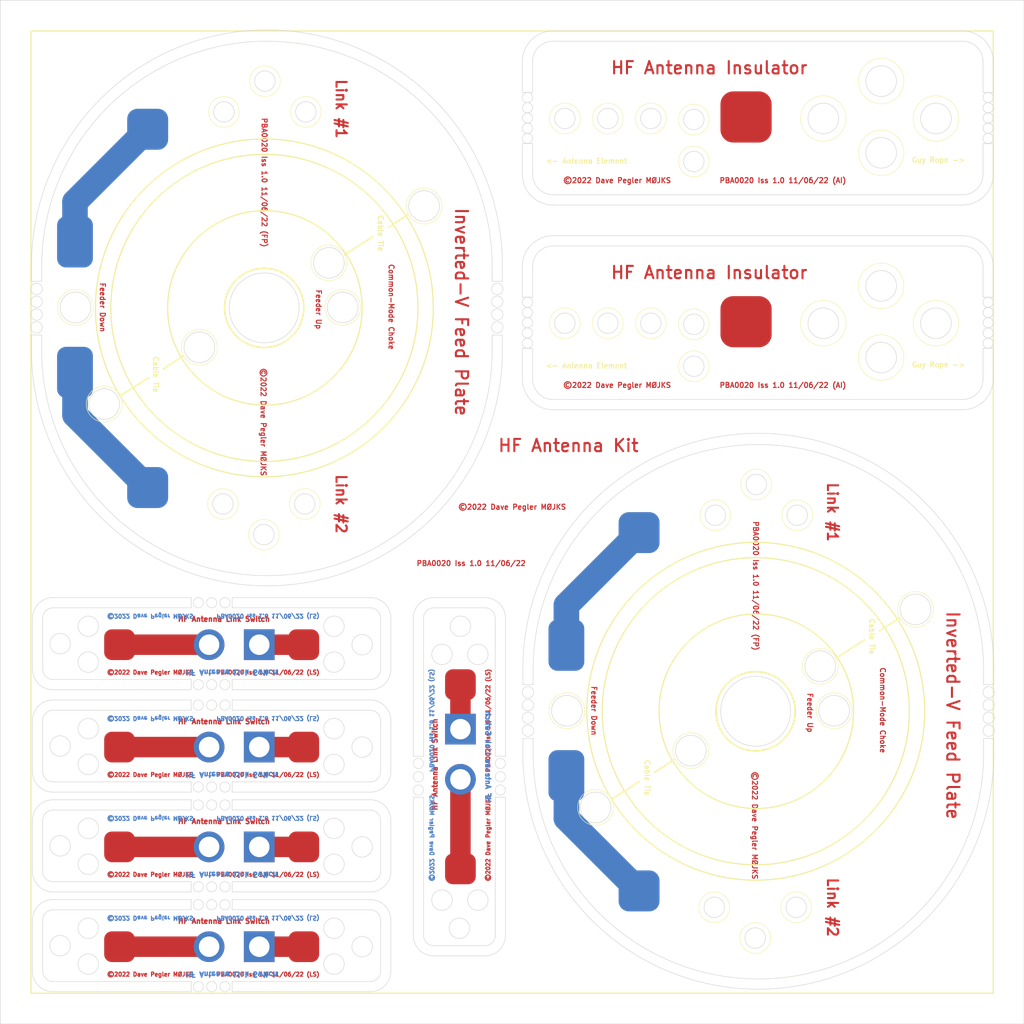
<source format=kicad_pcb>
(kicad_pcb (version 20171130) (host pcbnew "(5.1.9)-1")

  (general
    (thickness 1.6)
    (drawings 485)
    (tracks 28)
    (zones 0)
    (modules 25)
    (nets 1)
  )

  (page A4)
  (title_block
    (title "PBA0020 Inverted V Kit")
    (date 22/9/21)
    (rev 1.0)
  )

  (layers
    (0 F.Cu signal)
    (31 B.Cu signal)
    (32 B.Adhes user)
    (33 F.Adhes user)
    (34 B.Paste user)
    (35 F.Paste user)
    (36 B.SilkS user)
    (37 F.SilkS user)
    (38 B.Mask user)
    (39 F.Mask user)
    (40 Dwgs.User user)
    (41 Cmts.User user)
    (42 Eco1.User user)
    (43 Eco2.User user)
    (44 Edge.Cuts user)
    (45 Margin user)
    (46 B.CrtYd user)
    (47 F.CrtYd user)
    (48 B.Fab user)
    (49 F.Fab user hide)
  )

  (setup
    (last_trace_width 0.25)
    (user_trace_width 1)
    (user_trace_width 1.5)
    (user_trace_width 2)
    (user_trace_width 2.5)
    (user_trace_width 3)
    (user_trace_width 3.5)
    (trace_clearance 0.2)
    (zone_clearance 0.508)
    (zone_45_only no)
    (trace_min 0.2)
    (via_size 0.8)
    (via_drill 0.4)
    (via_min_size 0.4)
    (via_min_drill 0.3)
    (uvia_size 0.3)
    (uvia_drill 0.1)
    (uvias_allowed no)
    (uvia_min_size 0.2)
    (uvia_min_drill 0.1)
    (edge_width 0.05)
    (segment_width 0.2)
    (pcb_text_width 0.3)
    (pcb_text_size 1.5 1.5)
    (mod_edge_width 0.12)
    (mod_text_size 1 1)
    (mod_text_width 0.15)
    (pad_size 3 3)
    (pad_drill 0)
    (pad_to_mask_clearance 0)
    (aux_axis_origin 0 0)
    (visible_elements 7FFFFFFF)
    (pcbplotparams
      (layerselection 0x010fc_ffffffff)
      (usegerberextensions false)
      (usegerberattributes true)
      (usegerberadvancedattributes true)
      (creategerberjobfile true)
      (excludeedgelayer true)
      (linewidth 0.100000)
      (plotframeref false)
      (viasonmask false)
      (mode 1)
      (useauxorigin false)
      (hpglpennumber 1)
      (hpglpenspeed 20)
      (hpglpendiameter 15.000000)
      (psnegative false)
      (psa4output false)
      (plotreference true)
      (plotvalue true)
      (plotinvisibletext false)
      (padsonsilk false)
      (subtractmaskfromsilk false)
      (outputformat 1)
      (mirror false)
      (drillshape 0)
      (scaleselection 1)
      (outputdirectory "Gerbers/"))
  )

  (net 0 "")

  (net_class Default "This is the default net class."
    (clearance 0.2)
    (trace_width 0.25)
    (via_dia 0.8)
    (via_drill 0.4)
    (uvia_dia 0.3)
    (uvia_drill 0.1)
  )

  (module Connector_Wire:SolderWirePad_1x01_SMD_1x2mm (layer F.Cu) (tedit 62A77FC3) (tstamp 62ACE3F1)
    (at 163.35 71.9)
    (descr "Wire Pad, Square, SMD Pad,  5mm x 10mm,")
    (tags "MesurementPoint Square SMDPad 5mmx10mm ")
    (path /62A8CB55)
    (attr virtual)
    (fp_text reference H7 (at 0 4.2) (layer F.Fab)
      (effects (font (size 1 1) (thickness 0.15)))
    )
    (fp_text value MountingHole_Pad (at 0 2.54) (layer F.Fab)
      (effects (font (size 1 1) (thickness 0.15)))
    )
    (fp_text user %R (at 0 0) (layer F.Fab)
      (effects (font (size 1 1) (thickness 0.15)))
    )
    (fp_line (start -0.63 1.27) (end -0.63 -1.27) (layer F.Fab) (width 0.1))
    (fp_line (start 0.63 1.27) (end -0.63 1.27) (layer F.Fab) (width 0.1))
    (fp_line (start 0.63 -1.27) (end 0.63 1.27) (layer F.Fab) (width 0.1))
    (fp_line (start -0.63 -1.27) (end 0.63 -1.27) (layer F.Fab) (width 0.1))
    (fp_line (start -0.63 -1.27) (end -0.63 1.27) (layer F.CrtYd) (width 0.05))
    (fp_line (start -0.63 1.27) (end 0.63 1.27) (layer F.CrtYd) (width 0.05))
    (fp_line (start 0.63 1.27) (end 0.63 -1.27) (layer F.CrtYd) (width 0.05))
    (fp_line (start 0.63 -1.27) (end -0.63 -1.27) (layer F.CrtYd) (width 0.05))
    (pad 1 smd roundrect (at 0 0) (size 5 5) (layers F.Cu F.Paste F.Mask) (roundrect_rratio 0.25))
  )

  (module Connector_Wire:SolderWirePad_1x01_SMD_1x2mm (layer F.Cu) (tedit 62A77FC3) (tstamp 62ACE60D)
    (at 163.35 51.9)
    (descr "Wire Pad, Square, SMD Pad,  5mm x 10mm,")
    (tags "MesurementPoint Square SMDPad 5mmx10mm ")
    (path /62A8CB55)
    (attr virtual)
    (fp_text reference H7 (at 0 4.2) (layer F.Fab)
      (effects (font (size 1 1) (thickness 0.15)))
    )
    (fp_text value MountingHole_Pad (at 0 2.54) (layer F.Fab)
      (effects (font (size 1 1) (thickness 0.15)))
    )
    (fp_line (start 0.63 -1.27) (end -0.63 -1.27) (layer F.CrtYd) (width 0.05))
    (fp_line (start 0.63 1.27) (end 0.63 -1.27) (layer F.CrtYd) (width 0.05))
    (fp_line (start -0.63 1.27) (end 0.63 1.27) (layer F.CrtYd) (width 0.05))
    (fp_line (start -0.63 -1.27) (end -0.63 1.27) (layer F.CrtYd) (width 0.05))
    (fp_line (start -0.63 -1.27) (end 0.63 -1.27) (layer F.Fab) (width 0.1))
    (fp_line (start 0.63 -1.27) (end 0.63 1.27) (layer F.Fab) (width 0.1))
    (fp_line (start 0.63 1.27) (end -0.63 1.27) (layer F.Fab) (width 0.1))
    (fp_line (start -0.63 1.27) (end -0.63 -1.27) (layer F.Fab) (width 0.1))
    (fp_text user %R (at 0 0) (layer F.Fab)
      (effects (font (size 1 1) (thickness 0.15)))
    )
    (pad 1 smd roundrect (at 0 0) (size 5 5) (layers F.Cu F.Paste F.Mask) (roundrect_rratio 0.25))
  )

  (module Button_Switch_THT:SW_TOGGLE_13mm_7mm (layer F.Cu) (tedit 62AA09B7) (tstamp 62ACE631)
    (at 110.9 97.95)
    (path /62A7A0CC)
    (fp_text reference SW1 (at 0.5 0.8) (layer F.Fab)
      (effects (font (size 1 1) (thickness 0.15)))
    )
    (fp_text value SW_SPST (at 0 11) (layer F.Fab)
      (effects (font (size 1 1) (thickness 0.15)))
    )
    (fp_text user %R (at -5.2 5.4 90) (layer F.Fab)
      (effects (font (size 0.6 0.6) (thickness 0.09)))
    )
    (fp_line (start -6.5 8.5) (end -6.5 2.5) (layer F.Fab) (width 0.1))
    (fp_line (start -6.5 2.5) (end 6.5 2.5) (layer F.Fab) (width 0.1))
    (fp_line (start -6.5 8.5) (end 6.5 8.5) (layer F.Fab) (width 0.1))
    (fp_line (start 6.5 8.5) (end 6.5 2.5) (layer F.Fab) (width 0.1))
    (pad 1 thru_hole rect (at 4.9 5.5) (size 3 3) (drill 2) (layers *.Cu *.Mask))
    (pad 2 thru_hole oval (at 0 5.5) (size 3 3) (drill 2) (layers *.Cu *.Mask))
  )

  (module Connector_Wire:SolderWirePad_1x01_SMD_1x2mm (layer F.Cu) (tedit 62AA0AC5) (tstamp 62ACE652)
    (at 102.15 103.45 90)
    (descr "Wire Pad, Square, SMD Pad,  5mm x 10mm,")
    (tags "MesurementPoint Square SMDPad 5mmx10mm ")
    (path /62A7C1F8)
    (attr virtual)
    (fp_text reference H5 (at -1.8 -0.1 180) (layer F.Fab)
      (effects (font (size 1 1) (thickness 0.15)))
    )
    (fp_text value MountingHole_Pad (at 0 2.54 90) (layer F.Fab)
      (effects (font (size 1 1) (thickness 0.15)))
    )
    (fp_text user %R (at 0 0 90) (layer F.Fab)
      (effects (font (size 1 1) (thickness 0.15)))
    )
    (fp_line (start -0.63 1.27) (end -0.63 -1.27) (layer F.Fab) (width 0.1))
    (fp_line (start 0.63 1.27) (end -0.63 1.27) (layer F.Fab) (width 0.1))
    (fp_line (start 0.63 -1.27) (end 0.63 1.27) (layer F.Fab) (width 0.1))
    (fp_line (start -0.63 -1.27) (end 0.63 -1.27) (layer F.Fab) (width 0.1))
    (fp_line (start -0.63 -1.27) (end -0.63 1.27) (layer F.CrtYd) (width 0.05))
    (fp_line (start -0.63 1.27) (end 0.63 1.27) (layer F.CrtYd) (width 0.05))
    (fp_line (start 0.63 1.27) (end 0.63 -1.27) (layer F.CrtYd) (width 0.05))
    (fp_line (start 0.63 -1.27) (end -0.63 -1.27) (layer F.CrtYd) (width 0.05))
    (pad 1 smd roundrect (at 0 0 90) (size 3 3) (layers F.Cu F.Paste F.Mask) (roundrect_rratio 0.25))
  )

  (module Connector_Wire:SolderWirePad_1x01_SMD_1x2mm (layer F.Cu) (tedit 62AA0ACC) (tstamp 62ACE679)
    (at 120.15 103.45 90)
    (descr "Wire Pad, Square, SMD Pad,  5mm x 10mm,")
    (tags "MesurementPoint Square SMDPad 5mmx10mm ")
    (path /62A7B538)
    (attr virtual)
    (fp_text reference H6 (at -1.6 0 180) (layer F.Fab)
      (effects (font (size 1 1) (thickness 0.15)))
    )
    (fp_text value MountingHole_Pad (at 0 2.54 90) (layer F.Fab)
      (effects (font (size 1 1) (thickness 0.15)))
    )
    (fp_text user %R (at 0 0 90) (layer F.Fab)
      (effects (font (size 1 1) (thickness 0.15)))
    )
    (fp_line (start -0.63 1.27) (end -0.63 -1.27) (layer F.Fab) (width 0.1))
    (fp_line (start 0.63 1.27) (end -0.63 1.27) (layer F.Fab) (width 0.1))
    (fp_line (start 0.63 -1.27) (end 0.63 1.27) (layer F.Fab) (width 0.1))
    (fp_line (start -0.63 -1.27) (end 0.63 -1.27) (layer F.Fab) (width 0.1))
    (fp_line (start -0.63 -1.27) (end -0.63 1.27) (layer F.CrtYd) (width 0.05))
    (fp_line (start -0.63 1.27) (end 0.63 1.27) (layer F.CrtYd) (width 0.05))
    (fp_line (start 0.63 1.27) (end 0.63 -1.27) (layer F.CrtYd) (width 0.05))
    (fp_line (start 0.63 -1.27) (end -0.63 -1.27) (layer F.CrtYd) (width 0.05))
    (pad 1 smd roundrect (at 0 0 90) (size 3 3) (layers F.Cu F.Paste F.Mask) (roundrect_rratio 0.25))
  )

  (module Button_Switch_THT:SW_TOGGLE_13mm_7mm (layer F.Cu) (tedit 62AA09B7) (tstamp 62ACE69D)
    (at 110.9 107.95)
    (path /62A7A0CC)
    (fp_text reference SW1 (at 0.5 0.8) (layer F.Fab)
      (effects (font (size 1 1) (thickness 0.15)))
    )
    (fp_text value SW_SPST (at 0 11) (layer F.Fab)
      (effects (font (size 1 1) (thickness 0.15)))
    )
    (fp_line (start 6.5 8.5) (end 6.5 2.5) (layer F.Fab) (width 0.1))
    (fp_line (start -6.5 8.5) (end 6.5 8.5) (layer F.Fab) (width 0.1))
    (fp_line (start -6.5 2.5) (end 6.5 2.5) (layer F.Fab) (width 0.1))
    (fp_line (start -6.5 8.5) (end -6.5 2.5) (layer F.Fab) (width 0.1))
    (fp_text user %R (at -5.2 5.4 90) (layer F.Fab)
      (effects (font (size 0.6 0.6) (thickness 0.09)))
    )
    (pad 2 thru_hole oval (at 0 5.5) (size 3 3) (drill 2) (layers *.Cu *.Mask))
    (pad 1 thru_hole rect (at 4.9 5.5) (size 3 3) (drill 2) (layers *.Cu *.Mask))
  )

  (module Connector_Wire:SolderWirePad_1x01_SMD_1x2mm (layer F.Cu) (tedit 62AA0AC5) (tstamp 62ACE6BE)
    (at 102.15 113.45 90)
    (descr "Wire Pad, Square, SMD Pad,  5mm x 10mm,")
    (tags "MesurementPoint Square SMDPad 5mmx10mm ")
    (path /62A7C1F8)
    (attr virtual)
    (fp_text reference H5 (at -1.8 -0.1 180) (layer F.Fab)
      (effects (font (size 1 1) (thickness 0.15)))
    )
    (fp_text value MountingHole_Pad (at 0 2.54 90) (layer F.Fab)
      (effects (font (size 1 1) (thickness 0.15)))
    )
    (fp_line (start 0.63 -1.27) (end -0.63 -1.27) (layer F.CrtYd) (width 0.05))
    (fp_line (start 0.63 1.27) (end 0.63 -1.27) (layer F.CrtYd) (width 0.05))
    (fp_line (start -0.63 1.27) (end 0.63 1.27) (layer F.CrtYd) (width 0.05))
    (fp_line (start -0.63 -1.27) (end -0.63 1.27) (layer F.CrtYd) (width 0.05))
    (fp_line (start -0.63 -1.27) (end 0.63 -1.27) (layer F.Fab) (width 0.1))
    (fp_line (start 0.63 -1.27) (end 0.63 1.27) (layer F.Fab) (width 0.1))
    (fp_line (start 0.63 1.27) (end -0.63 1.27) (layer F.Fab) (width 0.1))
    (fp_line (start -0.63 1.27) (end -0.63 -1.27) (layer F.Fab) (width 0.1))
    (fp_text user %R (at 0 0 90) (layer F.Fab)
      (effects (font (size 1 1) (thickness 0.15)))
    )
    (pad 1 smd roundrect (at 0 0 90) (size 3 3) (layers F.Cu F.Paste F.Mask) (roundrect_rratio 0.25))
  )

  (module Connector_Wire:SolderWirePad_1x01_SMD_1x2mm (layer F.Cu) (tedit 62AA0ACC) (tstamp 62ACE6E5)
    (at 120.15 113.45 90)
    (descr "Wire Pad, Square, SMD Pad,  5mm x 10mm,")
    (tags "MesurementPoint Square SMDPad 5mmx10mm ")
    (path /62A7B538)
    (attr virtual)
    (fp_text reference H6 (at -1.6 0 180) (layer F.Fab)
      (effects (font (size 1 1) (thickness 0.15)))
    )
    (fp_text value MountingHole_Pad (at 0 2.54 90) (layer F.Fab)
      (effects (font (size 1 1) (thickness 0.15)))
    )
    (fp_line (start 0.63 -1.27) (end -0.63 -1.27) (layer F.CrtYd) (width 0.05))
    (fp_line (start 0.63 1.27) (end 0.63 -1.27) (layer F.CrtYd) (width 0.05))
    (fp_line (start -0.63 1.27) (end 0.63 1.27) (layer F.CrtYd) (width 0.05))
    (fp_line (start -0.63 -1.27) (end -0.63 1.27) (layer F.CrtYd) (width 0.05))
    (fp_line (start -0.63 -1.27) (end 0.63 -1.27) (layer F.Fab) (width 0.1))
    (fp_line (start 0.63 -1.27) (end 0.63 1.27) (layer F.Fab) (width 0.1))
    (fp_line (start 0.63 1.27) (end -0.63 1.27) (layer F.Fab) (width 0.1))
    (fp_line (start -0.63 1.27) (end -0.63 -1.27) (layer F.Fab) (width 0.1))
    (fp_text user %R (at 0 0 90) (layer F.Fab)
      (effects (font (size 1 1) (thickness 0.15)))
    )
    (pad 1 smd roundrect (at 0 0 90) (size 3 3) (layers F.Cu F.Paste F.Mask) (roundrect_rratio 0.25))
  )

  (module Button_Switch_THT:SW_TOGGLE_13mm_7mm (layer F.Cu) (tedit 62AA09B7) (tstamp 62ACE709)
    (at 110.9 117.7)
    (path /62A7A0CC)
    (fp_text reference SW1 (at 0.5 0.8) (layer F.Fab)
      (effects (font (size 1 1) (thickness 0.15)))
    )
    (fp_text value SW_SPST (at 0 11) (layer F.Fab)
      (effects (font (size 1 1) (thickness 0.15)))
    )
    (fp_text user %R (at -5.2 5.4 90) (layer F.Fab)
      (effects (font (size 0.6 0.6) (thickness 0.09)))
    )
    (fp_line (start -6.5 8.5) (end -6.5 2.5) (layer F.Fab) (width 0.1))
    (fp_line (start -6.5 2.5) (end 6.5 2.5) (layer F.Fab) (width 0.1))
    (fp_line (start -6.5 8.5) (end 6.5 8.5) (layer F.Fab) (width 0.1))
    (fp_line (start 6.5 8.5) (end 6.5 2.5) (layer F.Fab) (width 0.1))
    (pad 1 thru_hole rect (at 4.9 5.5) (size 3 3) (drill 2) (layers *.Cu *.Mask))
    (pad 2 thru_hole oval (at 0 5.5) (size 3 3) (drill 2) (layers *.Cu *.Mask))
  )

  (module Connector_Wire:SolderWirePad_1x01_SMD_1x2mm (layer F.Cu) (tedit 62AA0AC5) (tstamp 62ACE72A)
    (at 102.15 123.2 90)
    (descr "Wire Pad, Square, SMD Pad,  5mm x 10mm,")
    (tags "MesurementPoint Square SMDPad 5mmx10mm ")
    (path /62A7C1F8)
    (attr virtual)
    (fp_text reference H5 (at -1.8 -0.1 180) (layer F.Fab)
      (effects (font (size 1 1) (thickness 0.15)))
    )
    (fp_text value MountingHole_Pad (at 0 2.54 90) (layer F.Fab)
      (effects (font (size 1 1) (thickness 0.15)))
    )
    (fp_text user %R (at 0 0 90) (layer F.Fab)
      (effects (font (size 1 1) (thickness 0.15)))
    )
    (fp_line (start -0.63 1.27) (end -0.63 -1.27) (layer F.Fab) (width 0.1))
    (fp_line (start 0.63 1.27) (end -0.63 1.27) (layer F.Fab) (width 0.1))
    (fp_line (start 0.63 -1.27) (end 0.63 1.27) (layer F.Fab) (width 0.1))
    (fp_line (start -0.63 -1.27) (end 0.63 -1.27) (layer F.Fab) (width 0.1))
    (fp_line (start -0.63 -1.27) (end -0.63 1.27) (layer F.CrtYd) (width 0.05))
    (fp_line (start -0.63 1.27) (end 0.63 1.27) (layer F.CrtYd) (width 0.05))
    (fp_line (start 0.63 1.27) (end 0.63 -1.27) (layer F.CrtYd) (width 0.05))
    (fp_line (start 0.63 -1.27) (end -0.63 -1.27) (layer F.CrtYd) (width 0.05))
    (pad 1 smd roundrect (at 0 0 90) (size 3 3) (layers F.Cu F.Paste F.Mask) (roundrect_rratio 0.25))
  )

  (module Connector_Wire:SolderWirePad_1x01_SMD_1x2mm (layer F.Cu) (tedit 62AA0ACC) (tstamp 62ACE751)
    (at 120.15 123.2 90)
    (descr "Wire Pad, Square, SMD Pad,  5mm x 10mm,")
    (tags "MesurementPoint Square SMDPad 5mmx10mm ")
    (path /62A7B538)
    (attr virtual)
    (fp_text reference H6 (at -1.6 0 180) (layer F.Fab)
      (effects (font (size 1 1) (thickness 0.15)))
    )
    (fp_text value MountingHole_Pad (at 0 2.54 90) (layer F.Fab)
      (effects (font (size 1 1) (thickness 0.15)))
    )
    (fp_text user %R (at 0 0 90) (layer F.Fab)
      (effects (font (size 1 1) (thickness 0.15)))
    )
    (fp_line (start -0.63 1.27) (end -0.63 -1.27) (layer F.Fab) (width 0.1))
    (fp_line (start 0.63 1.27) (end -0.63 1.27) (layer F.Fab) (width 0.1))
    (fp_line (start 0.63 -1.27) (end 0.63 1.27) (layer F.Fab) (width 0.1))
    (fp_line (start -0.63 -1.27) (end 0.63 -1.27) (layer F.Fab) (width 0.1))
    (fp_line (start -0.63 -1.27) (end -0.63 1.27) (layer F.CrtYd) (width 0.05))
    (fp_line (start -0.63 1.27) (end 0.63 1.27) (layer F.CrtYd) (width 0.05))
    (fp_line (start 0.63 1.27) (end 0.63 -1.27) (layer F.CrtYd) (width 0.05))
    (fp_line (start 0.63 -1.27) (end -0.63 -1.27) (layer F.CrtYd) (width 0.05))
    (pad 1 smd roundrect (at 0 0 90) (size 3 3) (layers F.Cu F.Paste F.Mask) (roundrect_rratio 0.25))
  )

  (module Button_Switch_THT:SW_TOGGLE_13mm_7mm (layer F.Cu) (tedit 62AA09B7) (tstamp 62ACFB1F)
    (at 129.95 116.6 90)
    (path /62A7A0CC)
    (fp_text reference SW1 (at 0.5 0.8 90) (layer F.Fab)
      (effects (font (size 1 1) (thickness 0.15)))
    )
    (fp_text value SW_SPST (at 0 11 90) (layer F.Fab)
      (effects (font (size 1 1) (thickness 0.15)))
    )
    (fp_text user %R (at -5.2 5.4) (layer F.Fab)
      (effects (font (size 0.6 0.6) (thickness 0.09)))
    )
    (fp_line (start -6.5 8.5) (end -6.5 2.5) (layer F.Fab) (width 0.1))
    (fp_line (start -6.5 2.5) (end 6.5 2.5) (layer F.Fab) (width 0.1))
    (fp_line (start -6.5 8.5) (end 6.5 8.5) (layer F.Fab) (width 0.1))
    (fp_line (start 6.5 8.5) (end 6.5 2.5) (layer F.Fab) (width 0.1))
    (pad 1 thru_hole rect (at 4.9 5.5 90) (size 3 3) (drill 2) (layers *.Cu *.Mask))
    (pad 2 thru_hole oval (at 0 5.5 90) (size 3 3) (drill 2) (layers *.Cu *.Mask))
  )

  (module Connector_Wire:SolderWirePad_1x01_SMD_1x2mm (layer F.Cu) (tedit 62AA0AC5) (tstamp 62ACFC84)
    (at 135.45 125.35 180)
    (descr "Wire Pad, Square, SMD Pad,  5mm x 10mm,")
    (tags "MesurementPoint Square SMDPad 5mmx10mm ")
    (path /62A7C1F8)
    (attr virtual)
    (fp_text reference H5 (at -1.8 -0.1 270) (layer F.Fab)
      (effects (font (size 1 1) (thickness 0.15)))
    )
    (fp_text value MountingHole_Pad (at 0 2.54) (layer F.Fab)
      (effects (font (size 1 1) (thickness 0.15)))
    )
    (fp_text user %R (at 0 0) (layer F.Fab)
      (effects (font (size 1 1) (thickness 0.15)))
    )
    (fp_line (start -0.63 1.27) (end -0.63 -1.27) (layer F.Fab) (width 0.1))
    (fp_line (start 0.63 1.27) (end -0.63 1.27) (layer F.Fab) (width 0.1))
    (fp_line (start 0.63 -1.27) (end 0.63 1.27) (layer F.Fab) (width 0.1))
    (fp_line (start -0.63 -1.27) (end 0.63 -1.27) (layer F.Fab) (width 0.1))
    (fp_line (start -0.63 -1.27) (end -0.63 1.27) (layer F.CrtYd) (width 0.05))
    (fp_line (start -0.63 1.27) (end 0.63 1.27) (layer F.CrtYd) (width 0.05))
    (fp_line (start 0.63 1.27) (end 0.63 -1.27) (layer F.CrtYd) (width 0.05))
    (fp_line (start 0.63 -1.27) (end -0.63 -1.27) (layer F.CrtYd) (width 0.05))
    (pad 1 smd roundrect (at 0 0 180) (size 3 3) (layers F.Cu F.Paste F.Mask) (roundrect_rratio 0.25))
  )

  (module Connector_Wire:SolderWirePad_1x01_SMD_1x2mm (layer F.Cu) (tedit 62AA0ACC) (tstamp 62ACFCAB)
    (at 135.45 107.35 180)
    (descr "Wire Pad, Square, SMD Pad,  5mm x 10mm,")
    (tags "MesurementPoint Square SMDPad 5mmx10mm ")
    (path /62A7B538)
    (attr virtual)
    (fp_text reference H6 (at -1.6 0 270) (layer F.Fab)
      (effects (font (size 1 1) (thickness 0.15)))
    )
    (fp_text value MountingHole_Pad (at 0 2.54) (layer F.Fab)
      (effects (font (size 1 1) (thickness 0.15)))
    )
    (fp_text user %R (at 0 0) (layer F.Fab)
      (effects (font (size 1 1) (thickness 0.15)))
    )
    (fp_line (start -0.63 1.27) (end -0.63 -1.27) (layer F.Fab) (width 0.1))
    (fp_line (start 0.63 1.27) (end -0.63 1.27) (layer F.Fab) (width 0.1))
    (fp_line (start 0.63 -1.27) (end 0.63 1.27) (layer F.Fab) (width 0.1))
    (fp_line (start -0.63 -1.27) (end 0.63 -1.27) (layer F.Fab) (width 0.1))
    (fp_line (start -0.63 -1.27) (end -0.63 1.27) (layer F.CrtYd) (width 0.05))
    (fp_line (start -0.63 1.27) (end 0.63 1.27) (layer F.CrtYd) (width 0.05))
    (fp_line (start 0.63 1.27) (end 0.63 -1.27) (layer F.CrtYd) (width 0.05))
    (fp_line (start 0.63 -1.27) (end -0.63 -1.27) (layer F.CrtYd) (width 0.05))
    (pad 1 smd roundrect (at 0 0 180) (size 3 3) (layers F.Cu F.Paste F.Mask) (roundrect_rratio 0.25))
  )

  (module Connector_Wire:SolderWirePad_1x01_SMD_1x2mm (layer F.Cu) (tedit 62AA0ACC) (tstamp 62ACE5E6)
    (at 120.15 132.95 90)
    (descr "Wire Pad, Square, SMD Pad,  5mm x 10mm,")
    (tags "MesurementPoint Square SMDPad 5mmx10mm ")
    (path /62A7B538)
    (attr virtual)
    (fp_text reference H6 (at -1.6 0 180) (layer F.Fab)
      (effects (font (size 1 1) (thickness 0.15)))
    )
    (fp_text value MountingHole_Pad (at 0 2.54 90) (layer F.Fab)
      (effects (font (size 1 1) (thickness 0.15)))
    )
    (fp_line (start 0.63 -1.27) (end -0.63 -1.27) (layer F.CrtYd) (width 0.05))
    (fp_line (start 0.63 1.27) (end 0.63 -1.27) (layer F.CrtYd) (width 0.05))
    (fp_line (start -0.63 1.27) (end 0.63 1.27) (layer F.CrtYd) (width 0.05))
    (fp_line (start -0.63 -1.27) (end -0.63 1.27) (layer F.CrtYd) (width 0.05))
    (fp_line (start -0.63 -1.27) (end 0.63 -1.27) (layer F.Fab) (width 0.1))
    (fp_line (start 0.63 -1.27) (end 0.63 1.27) (layer F.Fab) (width 0.1))
    (fp_line (start 0.63 1.27) (end -0.63 1.27) (layer F.Fab) (width 0.1))
    (fp_line (start -0.63 1.27) (end -0.63 -1.27) (layer F.Fab) (width 0.1))
    (fp_text user %R (at 0 0 90) (layer F.Fab)
      (effects (font (size 1 1) (thickness 0.15)))
    )
    (pad 1 smd roundrect (at 0 0 90) (size 3 3) (layers F.Cu F.Paste F.Mask) (roundrect_rratio 0.25))
  )

  (module Button_Switch_THT:SW_TOGGLE_13mm_7mm (layer F.Cu) (tedit 62AA09B7) (tstamp 62ACE466)
    (at 110.9 127.45)
    (path /62A7A0CC)
    (fp_text reference SW1 (at 0.5 0.8) (layer F.Fab)
      (effects (font (size 1 1) (thickness 0.15)))
    )
    (fp_text value SW_SPST (at 0 11) (layer F.Fab)
      (effects (font (size 1 1) (thickness 0.15)))
    )
    (fp_line (start 6.5 8.5) (end 6.5 2.5) (layer F.Fab) (width 0.1))
    (fp_line (start -6.5 8.5) (end 6.5 8.5) (layer F.Fab) (width 0.1))
    (fp_line (start -6.5 2.5) (end 6.5 2.5) (layer F.Fab) (width 0.1))
    (fp_line (start -6.5 8.5) (end -6.5 2.5) (layer F.Fab) (width 0.1))
    (fp_text user %R (at -5.2 5.4 90) (layer F.Fab)
      (effects (font (size 0.6 0.6) (thickness 0.09)))
    )
    (pad 2 thru_hole oval (at 0 5.5) (size 3 3) (drill 2) (layers *.Cu *.Mask))
    (pad 1 thru_hole rect (at 4.9 5.5) (size 3 3) (drill 2) (layers *.Cu *.Mask))
  )

  (module Connector_Wire:SolderWirePad_1x01_SMD_1x2mm (layer F.Cu) (tedit 62AA0AC5) (tstamp 62ACE487)
    (at 102.15 132.95 90)
    (descr "Wire Pad, Square, SMD Pad,  5mm x 10mm,")
    (tags "MesurementPoint Square SMDPad 5mmx10mm ")
    (path /62A7C1F8)
    (attr virtual)
    (fp_text reference H5 (at -1.8 -0.1 180) (layer F.Fab)
      (effects (font (size 1 1) (thickness 0.15)))
    )
    (fp_text value MountingHole_Pad (at 0 2.54 90) (layer F.Fab)
      (effects (font (size 1 1) (thickness 0.15)))
    )
    (fp_line (start 0.63 -1.27) (end -0.63 -1.27) (layer F.CrtYd) (width 0.05))
    (fp_line (start 0.63 1.27) (end 0.63 -1.27) (layer F.CrtYd) (width 0.05))
    (fp_line (start -0.63 1.27) (end 0.63 1.27) (layer F.CrtYd) (width 0.05))
    (fp_line (start -0.63 -1.27) (end -0.63 1.27) (layer F.CrtYd) (width 0.05))
    (fp_line (start -0.63 -1.27) (end 0.63 -1.27) (layer F.Fab) (width 0.1))
    (fp_line (start 0.63 -1.27) (end 0.63 1.27) (layer F.Fab) (width 0.1))
    (fp_line (start 0.63 1.27) (end -0.63 1.27) (layer F.Fab) (width 0.1))
    (fp_line (start -0.63 1.27) (end -0.63 -1.27) (layer F.Fab) (width 0.1))
    (fp_text user %R (at 0 0 90) (layer F.Fab)
      (effects (font (size 1 1) (thickness 0.15)))
    )
    (pad 1 smd roundrect (at 0 0 90) (size 3 3) (layers F.Cu F.Paste F.Mask) (roundrect_rratio 0.25))
  )

  (module Connector_Wire:SolderWirePad_1x01_SMD_1x2mm (layer B.Cu) (tedit 62A6F497) (tstamp 62ACE4AE)
    (at 145.8 116.25 180)
    (descr "Wire Pad, Square, SMD Pad,  5mm x 10mm,")
    (tags "MesurementPoint Square SMDPad 5mmx10mm ")
    (path /614B1ACF)
    (attr virtual)
    (fp_text reference H4 (at 2.9 -0.15 90) (layer F.Fab)
      (effects (font (size 1 1) (thickness 0.15)) (justify mirror))
    )
    (fp_text value MountingHole_Pad (at -0.5 -9.7 90) (layer F.Fab)
      (effects (font (size 1 1) (thickness 0.15)) (justify mirror))
    )
    (fp_text user %R (at 0 0 180) (layer B.Fab)
      (effects (font (size 1 1) (thickness 0.15)) (justify mirror))
    )
    (fp_line (start -0.63 -1.27) (end -0.63 1.27) (layer B.Fab) (width 0.1))
    (fp_line (start 0.63 -1.27) (end -0.63 -1.27) (layer B.Fab) (width 0.1))
    (fp_line (start 0.63 1.27) (end 0.63 -1.27) (layer B.Fab) (width 0.1))
    (fp_line (start -0.63 1.27) (end 0.63 1.27) (layer B.Fab) (width 0.1))
    (fp_line (start -0.63 1.27) (end -0.63 -1.27) (layer B.CrtYd) (width 0.05))
    (fp_line (start -0.63 -1.27) (end 0.63 -1.27) (layer B.CrtYd) (width 0.05))
    (fp_line (start 0.63 -1.27) (end 0.63 1.27) (layer B.CrtYd) (width 0.05))
    (fp_line (start 0.63 1.27) (end -0.63 1.27) (layer B.CrtYd) (width 0.05))
    (pad 1 smd roundrect (at 0 0 180) (size 3.5 5) (layers B.Cu B.Paste B.Mask) (roundrect_rratio 0.25))
  )

  (module Connector_Wire:SolderWirePad_1x01_SMD_1x2mm (layer B.Cu) (tedit 62A6F48D) (tstamp 62ACE4D5)
    (at 145.8 103.5 180)
    (descr "Wire Pad, Square, SMD Pad,  5mm x 10mm,")
    (tags "MesurementPoint Square SMDPad 5mmx10mm ")
    (path /614B13F1)
    (attr virtual)
    (fp_text reference H2 (at 3 -0.05 90) (layer F.Fab)
      (effects (font (size 1 1) (thickness 0.15)) (justify mirror))
    )
    (fp_text value MountingHole_Pad (at -3.1 4.45 270) (layer F.Fab)
      (effects (font (size 1 1) (thickness 0.15)) (justify mirror))
    )
    (fp_text user %R (at 0 0 180) (layer B.Fab)
      (effects (font (size 1 1) (thickness 0.15)) (justify mirror))
    )
    (fp_line (start -0.63 -1.27) (end -0.63 1.27) (layer B.Fab) (width 0.1))
    (fp_line (start 0.63 -1.27) (end -0.63 -1.27) (layer B.Fab) (width 0.1))
    (fp_line (start 0.63 1.27) (end 0.63 -1.27) (layer B.Fab) (width 0.1))
    (fp_line (start -0.63 1.27) (end 0.63 1.27) (layer B.Fab) (width 0.1))
    (fp_line (start -0.63 1.27) (end -0.63 -1.27) (layer B.CrtYd) (width 0.05))
    (fp_line (start -0.63 -1.27) (end 0.63 -1.27) (layer B.CrtYd) (width 0.05))
    (fp_line (start 0.63 -1.27) (end 0.63 1.27) (layer B.CrtYd) (width 0.05))
    (fp_line (start 0.63 1.27) (end -0.63 1.27) (layer B.CrtYd) (width 0.05))
    (pad 1 smd roundrect (at 0 0 180) (size 3.5 5) (layers B.Cu B.Paste B.Mask) (roundrect_rratio 0.25))
  )

  (module Connector_Wire:SolderWirePad_1x01_SMD_1x2mm (layer B.Cu) (tedit 62A6F47E) (tstamp 62ACE4FC)
    (at 152.9 92.5 270)
    (descr "Wire Pad, Square, SMD Pad,  5mm x 10mm,")
    (tags "MesurementPoint Square SMDPad 5mmx10mm ")
    (path /62A4A75B)
    (attr virtual)
    (fp_text reference H1 (at 0.15 3.3 90) (layer F.Fab)
      (effects (font (size 1 1) (thickness 0.15)) (justify mirror))
    )
    (fp_text value MountingHole_Pad (at -0.35 -3.3 90) (layer F.Fab)
      (effects (font (size 1 1) (thickness 0.15)) (justify mirror))
    )
    (fp_text user %R (at 0 0 90) (layer B.Fab)
      (effects (font (size 1 1) (thickness 0.15)) (justify mirror))
    )
    (fp_line (start -0.63 -1.27) (end -0.63 1.27) (layer B.Fab) (width 0.1))
    (fp_line (start 0.63 -1.27) (end -0.63 -1.27) (layer B.Fab) (width 0.1))
    (fp_line (start 0.63 1.27) (end 0.63 -1.27) (layer B.Fab) (width 0.1))
    (fp_line (start -0.63 1.27) (end 0.63 1.27) (layer B.Fab) (width 0.1))
    (fp_line (start -0.63 1.27) (end -0.63 -1.27) (layer B.CrtYd) (width 0.05))
    (fp_line (start -0.63 -1.27) (end 0.63 -1.27) (layer B.CrtYd) (width 0.05))
    (fp_line (start 0.63 -1.27) (end 0.63 1.27) (layer B.CrtYd) (width 0.05))
    (fp_line (start 0.63 1.27) (end -0.63 1.27) (layer B.CrtYd) (width 0.05))
    (pad 1 smd roundrect (at 0 0 270) (size 4 4) (layers B.Cu B.Paste B.Mask) (roundrect_rratio 0.25))
  )

  (module Connector_Wire:SolderWirePad_1x01_SMD_1x2mm (layer B.Cu) (tedit 62A6F473) (tstamp 62ACE523)
    (at 152.9 127.5 270)
    (descr "Wire Pad, Square, SMD Pad,  5mm x 10mm,")
    (tags "MesurementPoint Square SMDPad 5mmx10mm ")
    (path /62A4BC68)
    (attr virtual)
    (fp_text reference H3 (at 0 2.54 90) (layer F.Fab)
      (effects (font (size 1 1) (thickness 0.15)) (justify mirror))
    )
    (fp_text value MountingHole_Pad (at 0 -2.54 90) (layer F.Fab)
      (effects (font (size 1 1) (thickness 0.15)) (justify mirror))
    )
    (fp_text user %R (at 0 0 90) (layer B.Fab)
      (effects (font (size 1 1) (thickness 0.15)) (justify mirror))
    )
    (fp_line (start -0.63 -1.27) (end -0.63 1.27) (layer B.Fab) (width 0.1))
    (fp_line (start 0.63 -1.27) (end -0.63 -1.27) (layer B.Fab) (width 0.1))
    (fp_line (start 0.63 1.27) (end 0.63 -1.27) (layer B.Fab) (width 0.1))
    (fp_line (start -0.63 1.27) (end 0.63 1.27) (layer B.Fab) (width 0.1))
    (fp_line (start -0.63 1.27) (end -0.63 -1.27) (layer B.CrtYd) (width 0.05))
    (fp_line (start -0.63 -1.27) (end 0.63 -1.27) (layer B.CrtYd) (width 0.05))
    (fp_line (start 0.63 -1.27) (end 0.63 1.27) (layer B.CrtYd) (width 0.05))
    (fp_line (start 0.63 1.27) (end -0.63 1.27) (layer B.CrtYd) (width 0.05))
    (pad 1 smd roundrect (at 0 0 270) (size 4 4) (layers B.Cu B.Paste B.Mask) (roundrect_rratio 0.25))
  )

  (module Connector_Wire:SolderWirePad_1x01_SMD_1x2mm (layer B.Cu) (tedit 62A6F473) (tstamp 62ACEB56)
    (at 104.9 88.1 270)
    (descr "Wire Pad, Square, SMD Pad,  5mm x 10mm,")
    (tags "MesurementPoint Square SMDPad 5mmx10mm ")
    (path /62A4BC68)
    (attr virtual)
    (fp_text reference H3 (at 0 2.54 90) (layer F.Fab)
      (effects (font (size 1 1) (thickness 0.15)) (justify mirror))
    )
    (fp_text value MountingHole_Pad (at 0 -2.54 90) (layer F.Fab)
      (effects (font (size 1 1) (thickness 0.15)) (justify mirror))
    )
    (fp_line (start 0.63 1.27) (end -0.63 1.27) (layer B.CrtYd) (width 0.05))
    (fp_line (start 0.63 -1.27) (end 0.63 1.27) (layer B.CrtYd) (width 0.05))
    (fp_line (start -0.63 -1.27) (end 0.63 -1.27) (layer B.CrtYd) (width 0.05))
    (fp_line (start -0.63 1.27) (end -0.63 -1.27) (layer B.CrtYd) (width 0.05))
    (fp_line (start -0.63 1.27) (end 0.63 1.27) (layer B.Fab) (width 0.1))
    (fp_line (start 0.63 1.27) (end 0.63 -1.27) (layer B.Fab) (width 0.1))
    (fp_line (start 0.63 -1.27) (end -0.63 -1.27) (layer B.Fab) (width 0.1))
    (fp_line (start -0.63 -1.27) (end -0.63 1.27) (layer B.Fab) (width 0.1))
    (fp_text user %R (at 0 0 90) (layer B.Fab)
      (effects (font (size 1 1) (thickness 0.15)) (justify mirror))
    )
    (pad 1 smd roundrect (at 0 0 270) (size 4 4) (layers B.Cu B.Paste B.Mask) (roundrect_rratio 0.25))
  )

  (module Connector_Wire:SolderWirePad_1x01_SMD_1x2mm (layer B.Cu) (tedit 62A6F47E) (tstamp 62ACEB2F)
    (at 104.9 53.1 270)
    (descr "Wire Pad, Square, SMD Pad,  5mm x 10mm,")
    (tags "MesurementPoint Square SMDPad 5mmx10mm ")
    (path /62A4A75B)
    (attr virtual)
    (fp_text reference H1 (at 0.15 3.3 90) (layer F.Fab)
      (effects (font (size 1 1) (thickness 0.15)) (justify mirror))
    )
    (fp_text value MountingHole_Pad (at -0.35 -3.3 90) (layer F.Fab)
      (effects (font (size 1 1) (thickness 0.15)) (justify mirror))
    )
    (fp_line (start 0.63 1.27) (end -0.63 1.27) (layer B.CrtYd) (width 0.05))
    (fp_line (start 0.63 -1.27) (end 0.63 1.27) (layer B.CrtYd) (width 0.05))
    (fp_line (start -0.63 -1.27) (end 0.63 -1.27) (layer B.CrtYd) (width 0.05))
    (fp_line (start -0.63 1.27) (end -0.63 -1.27) (layer B.CrtYd) (width 0.05))
    (fp_line (start -0.63 1.27) (end 0.63 1.27) (layer B.Fab) (width 0.1))
    (fp_line (start 0.63 1.27) (end 0.63 -1.27) (layer B.Fab) (width 0.1))
    (fp_line (start 0.63 -1.27) (end -0.63 -1.27) (layer B.Fab) (width 0.1))
    (fp_line (start -0.63 -1.27) (end -0.63 1.27) (layer B.Fab) (width 0.1))
    (fp_text user %R (at 0 0 90) (layer B.Fab)
      (effects (font (size 1 1) (thickness 0.15)) (justify mirror))
    )
    (pad 1 smd roundrect (at 0 0 270) (size 4 4) (layers B.Cu B.Paste B.Mask) (roundrect_rratio 0.25))
  )

  (module Connector_Wire:SolderWirePad_1x01_SMD_1x2mm (layer B.Cu) (tedit 62A6F48D) (tstamp 62ACEB08)
    (at 97.8 64.1 180)
    (descr "Wire Pad, Square, SMD Pad,  5mm x 10mm,")
    (tags "MesurementPoint Square SMDPad 5mmx10mm ")
    (path /614B13F1)
    (attr virtual)
    (fp_text reference H2 (at 3 -0.05 90) (layer F.Fab)
      (effects (font (size 1 1) (thickness 0.15)) (justify mirror))
    )
    (fp_text value MountingHole_Pad (at -3.1 4.45 270) (layer F.Fab)
      (effects (font (size 1 1) (thickness 0.15)) (justify mirror))
    )
    (fp_line (start 0.63 1.27) (end -0.63 1.27) (layer B.CrtYd) (width 0.05))
    (fp_line (start 0.63 -1.27) (end 0.63 1.27) (layer B.CrtYd) (width 0.05))
    (fp_line (start -0.63 -1.27) (end 0.63 -1.27) (layer B.CrtYd) (width 0.05))
    (fp_line (start -0.63 1.27) (end -0.63 -1.27) (layer B.CrtYd) (width 0.05))
    (fp_line (start -0.63 1.27) (end 0.63 1.27) (layer B.Fab) (width 0.1))
    (fp_line (start 0.63 1.27) (end 0.63 -1.27) (layer B.Fab) (width 0.1))
    (fp_line (start 0.63 -1.27) (end -0.63 -1.27) (layer B.Fab) (width 0.1))
    (fp_line (start -0.63 -1.27) (end -0.63 1.27) (layer B.Fab) (width 0.1))
    (fp_text user %R (at 0 0 180) (layer B.Fab)
      (effects (font (size 1 1) (thickness 0.15)) (justify mirror))
    )
    (pad 1 smd roundrect (at 0 0 180) (size 3.5 5) (layers B.Cu B.Paste B.Mask) (roundrect_rratio 0.25))
  )

  (module Connector_Wire:SolderWirePad_1x01_SMD_1x2mm (layer B.Cu) (tedit 62A6F497) (tstamp 62ACEA1E)
    (at 97.8 76.85 180)
    (descr "Wire Pad, Square, SMD Pad,  5mm x 10mm,")
    (tags "MesurementPoint Square SMDPad 5mmx10mm ")
    (path /614B1ACF)
    (attr virtual)
    (fp_text reference H4 (at 2.9 -0.15 90) (layer F.Fab)
      (effects (font (size 1 1) (thickness 0.15)) (justify mirror))
    )
    (fp_text value MountingHole_Pad (at -0.5 -9.7 90) (layer F.Fab)
      (effects (font (size 1 1) (thickness 0.15)) (justify mirror))
    )
    (fp_line (start 0.63 1.27) (end -0.63 1.27) (layer B.CrtYd) (width 0.05))
    (fp_line (start 0.63 -1.27) (end 0.63 1.27) (layer B.CrtYd) (width 0.05))
    (fp_line (start -0.63 -1.27) (end 0.63 -1.27) (layer B.CrtYd) (width 0.05))
    (fp_line (start -0.63 1.27) (end -0.63 -1.27) (layer B.CrtYd) (width 0.05))
    (fp_line (start -0.63 1.27) (end 0.63 1.27) (layer B.Fab) (width 0.1))
    (fp_line (start 0.63 1.27) (end 0.63 -1.27) (layer B.Fab) (width 0.1))
    (fp_line (start 0.63 -1.27) (end -0.63 -1.27) (layer B.Fab) (width 0.1))
    (fp_line (start -0.63 -1.27) (end -0.63 1.27) (layer B.Fab) (width 0.1))
    (fp_text user %R (at 0 0 180) (layer B.Fab)
      (effects (font (size 1 1) (thickness 0.15)) (justify mirror))
    )
    (pad 1 smd roundrect (at 0 0 180) (size 3.5 5) (layers B.Cu B.Paste B.Mask) (roundrect_rratio 0.25))
  )

  (gr_text "HF Antenna Kit" (at 146 84) (layer F.Cu) (tstamp 62ACEBAD)
    (effects (font (size 1.2 1.2) (thickness 0.2)))
  )
  (gr_text "PBA0020 Iss 1.0 11/06/22" (at 136.5 95.5) (layer F.Cu) (tstamp 62ACEBB3)
    (effects (font (size 0.5 0.5) (thickness 0.1)))
  )
  (gr_text "©2022 Dave Pegler MØJKS" (at 140.5 90) (layer F.Cu) (tstamp 62ACEBB0)
    (effects (font (size 0.5 0.5) (thickness 0.1)))
  )
  (gr_circle (center 187 70) (end 187.5 70) (layer Edge.Cuts) (width 0.05) (tstamp 62ACE53E))
  (gr_circle (center 187 72) (end 187.5 72) (layer Edge.Cuts) (width 0.05) (tstamp 62ACE541))
  (gr_circle (center 187 71) (end 187.5 71) (layer Edge.Cuts) (width 0.05) (tstamp 62ACE544))
  (gr_circle (center 187 73) (end 187.5 73) (layer Edge.Cuts) (width 0.05) (tstamp 62ACE547))
  (gr_line (start 187.5 69.5) (end 187.5 66.5) (layer Edge.Cuts) (width 0.05) (tstamp 62ACE54A))
  (gr_circle (center 187 74) (end 187.5 74) (layer Edge.Cuts) (width 0.05) (tstamp 62ACE54D))
  (gr_line (start 186.5 69.5) (end 187.5 69.5) (layer Edge.Cuts) (width 0.05) (tstamp 62ACE550))
  (gr_line (start 186.5 74.5) (end 187.5 74.5) (layer Edge.Cuts) (width 0.05) (tstamp 62ACE553))
  (gr_line (start 186.5 77.5) (end 186.5 74.5) (layer Edge.Cuts) (width 0.05) (tstamp 62ACE556))
  (gr_line (start 186.5 69.5) (end 186.5 66.5) (layer Edge.Cuts) (width 0.05) (tstamp 62ACE559))
  (gr_line (start 187.5 74.5) (end 187.5 77.5) (layer Edge.Cuts) (width 0.05) (tstamp 62ACE55C))
  (gr_arc (start 184.5 66.5) (end 187.5 66.5) (angle -90) (layer Edge.Cuts) (width 0.05) (tstamp 62ACE55F))
  (gr_arc (start 184.5 66.5) (end 186.5 66.5) (angle -90) (layer Edge.Cuts) (width 0.05) (tstamp 62ACE562))
  (gr_arc (start 184.5 77.5) (end 184.5 79.5) (angle -90) (layer Edge.Cuts) (width 0.05) (tstamp 62ACE565))
  (gr_circle (center 142 74) (end 141.5 74) (layer Edge.Cuts) (width 0.05) (tstamp 62ACE568))
  (gr_circle (center 142 72) (end 141.5 72) (layer Edge.Cuts) (width 0.05) (tstamp 62ACE56B))
  (gr_circle (center 142 73) (end 141.5 73) (layer Edge.Cuts) (width 0.05) (tstamp 62ACE56E))
  (gr_arc (start 184.5 77.5) (end 184.5 80.5) (angle -90) (layer Edge.Cuts) (width 0.05) (tstamp 62ACE571))
  (gr_circle (center 142 71) (end 141.5 71) (layer Edge.Cuts) (width 0.05) (tstamp 62ACE574))
  (gr_line (start 141.5 74.5) (end 141.5 77.5) (layer Edge.Cuts) (width 0.05) (tstamp 62ACE577))
  (gr_circle (center 142 70) (end 141.5 70) (layer Edge.Cuts) (width 0.05) (tstamp 62ACE57A))
  (gr_line (start 142.5 74.5) (end 141.5 74.5) (layer Edge.Cuts) (width 0.05) (tstamp 62ACE57D))
  (gr_line (start 142.5 69.5) (end 141.5 69.5) (layer Edge.Cuts) (width 0.05) (tstamp 62ACE580))
  (gr_line (start 142.5 66.5) (end 142.5 69.5) (layer Edge.Cuts) (width 0.05) (tstamp 62ACE583))
  (gr_line (start 142.5 74.5) (end 142.5 77.5) (layer Edge.Cuts) (width 0.05) (tstamp 62ACE586))
  (gr_line (start 144.5 64.5) (end 184.5 64.5) (layer Edge.Cuts) (width 0.05) (tstamp 62ACE589))
  (gr_line (start 144.5 79.5) (end 184.5 79.5) (layer Edge.Cuts) (width 0.05) (tstamp 62ACE58C))
  (gr_circle (center 158.25 72.15) (end 158.25 71.15) (layer Edge.Cuts) (width 0.05) (tstamp 62ACE58F))
  (gr_circle (center 158.25 76.25) (end 158.25 77.75) (layer F.SilkS) (width 0.05) (tstamp 62ACE592))
  (gr_circle (center 149.85 72.05) (end 149.85 73.55) (layer F.SilkS) (width 0.05) (tstamp 62ACE595))
  (gr_circle (center 149.85 72.05) (end 149.85 71.05) (layer Edge.Cuts) (width 0.05) (tstamp 62ACE598))
  (gr_circle (center 176.55 68.4) (end 178.05 68.4) (layer Edge.Cuts) (width 0.05) (tstamp 62ACE59B))
  (gr_circle (center 181.9 72.05) (end 183.4 72.05) (layer Edge.Cuts) (width 0.05) (tstamp 62ACE59E))
  (gr_circle (center 176.55 68.4) (end 178.769234 68.4) (layer F.SilkS) (width 0.05) (tstamp 62ACE5A1))
  (gr_circle (center 181.9 72.05) (end 184.119234 72.05) (layer F.SilkS) (width 0.05) (tstamp 62ACE5A4))
  (gr_circle (center 145.65 72.05) (end 145.65 71.05) (layer Edge.Cuts) (width 0.05) (tstamp 62ACE5A7))
  (gr_circle (center 154.05 72.05) (end 154.05 73.55) (layer F.SilkS) (width 0.05) (tstamp 62ACE5AA))
  (gr_circle (center 154.05 72.05) (end 154.05 71.05) (layer Edge.Cuts) (width 0.05) (tstamp 62ACE5AD))
  (gr_circle (center 145.65 72.05) (end 145.65 73.55) (layer F.SilkS) (width 0.05) (tstamp 62ACE5B0))
  (gr_circle (center 176.55 75.4) (end 178.769234 75.4) (layer F.SilkS) (width 0.05) (tstamp 62ACE5B3))
  (gr_circle (center 176.55 75.4) (end 178.05 75.4) (layer Edge.Cuts) (width 0.05) (tstamp 62ACE5B6))
  (gr_circle (center 170.9 72.05) (end 172.4 72.05) (layer Edge.Cuts) (width 0.05) (tstamp 62ACE5B9))
  (gr_circle (center 170.9 72.05) (end 173.119234 72.05) (layer F.SilkS) (width 0.05) (tstamp 62ACE5BC))
  (gr_circle (center 158.25 76.25) (end 158.25 75.25) (layer Edge.Cuts) (width 0.05) (tstamp 62ACE5BF))
  (gr_circle (center 158.25 72.15) (end 158.25 73.65) (layer F.SilkS) (width 0.05) (tstamp 62ACE5C2))
  (gr_line (start 141.5 69.5) (end 141.5 66.5) (layer Edge.Cuts) (width 0.05) (tstamp 62ACE5C5))
  (gr_line (start 184.5 80.5) (end 144.5 80.5) (layer Edge.Cuts) (width 0.05) (tstamp 62ACE5C8))
  (gr_line (start 144.5 63.5) (end 184.5 63.5) (layer Edge.Cuts) (width 0.05) (tstamp 62ACE5CB))
  (gr_arc (start 144.5 77.5) (end 141.5 77.5) (angle -90) (layer Edge.Cuts) (width 0.05) (tstamp 62ACE5CE))
  (gr_arc (start 144.5 66.5) (end 144.5 63.5) (angle -90) (layer Edge.Cuts) (width 0.05) (tstamp 62ACE5D1))
  (gr_arc (start 144.5 77.5) (end 142.5 77.5) (angle -90) (layer Edge.Cuts) (width 0.05) (tstamp 62ACE5D7))
  (gr_arc (start 144.5 66.5) (end 144.5 64.5) (angle -90) (layer Edge.Cuts) (width 0.05) (tstamp 62ACE5D4))
  (gr_text "Guy Rope ->" (at 182.15 76.1) (layer F.SilkS) (tstamp 62ACE9A6)
    (effects (font (size 0.5 0.5) (thickness 0.1)))
  )
  (gr_text "<- Antenna Element" (at 147.75 76.2) (layer F.SilkS) (tstamp 62ACE9A9)
    (effects (font (size 0.5 0.5) (thickness 0.1)))
  )
  (gr_text "PBA0020 Iss 1.0 11/06/22 (AI)" (at 166.95 78.1) (layer F.Cu) (tstamp 62ACE9AC)
    (effects (font (size 0.5 0.5) (thickness 0.1)))
  )
  (gr_text "HF Antenna Insulator" (at 159.75 67.1) (layer F.Cu) (tstamp 62ACE9AF)
    (effects (font (size 1.2 1.2) (thickness 0.2)))
  )
  (gr_text "©2022 Dave Pegler MØJKS" (at 150.75 78.1) (layer F.Cu) (tstamp 62ACE9B2)
    (effects (font (size 0.5 0.5) (thickness 0.1)))
  )
  (gr_text "©2022 Dave Pegler MØJKS" (at 150.75 58.1) (layer F.Cu) (tstamp 62ACEBAA)
    (effects (font (size 0.5 0.5) (thickness 0.1)))
  )
  (gr_text "HF Antenna Insulator" (at 159.75 47.1) (layer F.Cu) (tstamp 62ACEBA7)
    (effects (font (size 1.2 1.2) (thickness 0.2)))
  )
  (gr_text "PBA0020 Iss 1.0 11/06/22 (AI)" (at 166.95 58.1) (layer F.Cu) (tstamp 62ACE9BB)
    (effects (font (size 0.5 0.5) (thickness 0.1)))
  )
  (gr_text "<- Antenna Element" (at 147.75 56.2) (layer F.SilkS) (tstamp 62ACE9B8)
    (effects (font (size 0.5 0.5) (thickness 0.1)))
  )
  (gr_text "Guy Rope ->" (at 182.15 56.1) (layer F.SilkS) (tstamp 62ACE9B5)
    (effects (font (size 0.5 0.5) (thickness 0.1)))
  )
  (gr_circle (center 158.25 56.25) (end 158.25 55.25) (layer Edge.Cuts) (width 0.05) (tstamp 62ACE8A7))
  (gr_circle (center 158.25 52.15) (end 158.25 53.65) (layer F.SilkS) (width 0.05) (tstamp 62ACE8AA))
  (gr_circle (center 170.9 52.05) (end 172.4 52.05) (layer Edge.Cuts) (width 0.05) (tstamp 62ACE8A1))
  (gr_circle (center 170.9 52.05) (end 173.119234 52.05) (layer F.SilkS) (width 0.05) (tstamp 62ACE8A4))
  (gr_circle (center 176.55 55.4) (end 178.769234 55.4) (layer F.SilkS) (width 0.05) (tstamp 62ACE89B))
  (gr_circle (center 176.55 55.4) (end 178.05 55.4) (layer Edge.Cuts) (width 0.05) (tstamp 62ACE89E))
  (gr_circle (center 154.05 52.05) (end 154.05 53.55) (layer F.SilkS) (width 0.05) (tstamp 62ACE892))
  (gr_circle (center 154.05 52.05) (end 154.05 51.05) (layer Edge.Cuts) (width 0.05) (tstamp 62ACE895))
  (gr_circle (center 145.65 52.05) (end 145.65 53.55) (layer F.SilkS) (width 0.05) (tstamp 62ACE898))
  (gr_circle (center 145.65 52.05) (end 145.65 51.05) (layer Edge.Cuts) (width 0.05) (tstamp 62ACE88F))
  (gr_circle (center 176.55 48.4) (end 178.769234 48.4) (layer F.SilkS) (width 0.05) (tstamp 62ACE889))
  (gr_circle (center 176.55 48.4) (end 178.05 48.4) (layer Edge.Cuts) (width 0.05) (tstamp 62ACE883))
  (gr_circle (center 181.9 52.05) (end 183.4 52.05) (layer Edge.Cuts) (width 0.05) (tstamp 62ACE886))
  (gr_circle (center 181.9 52.05) (end 184.119234 52.05) (layer F.SilkS) (width 0.05) (tstamp 62ACE88C))
  (gr_circle (center 149.85 52.05) (end 149.85 53.55) (layer F.SilkS) (width 0.05) (tstamp 62ACE87D))
  (gr_circle (center 149.85 52.05) (end 149.85 51.05) (layer Edge.Cuts) (width 0.05) (tstamp 62ACE880))
  (gr_circle (center 158.25 52.15) (end 158.25 51.15) (layer Edge.Cuts) (width 0.05) (tstamp 62ACE877))
  (gr_circle (center 158.25 56.25) (end 158.25 57.75) (layer F.SilkS) (width 0.05) (tstamp 62ACE87A))
  (gr_circle (center 187 50) (end 187.5 50) (layer Edge.Cuts) (width 0.05) (tstamp 62ACE40C))
  (gr_circle (center 187 52) (end 187.5 52) (layer Edge.Cuts) (width 0.05) (tstamp 62ACE40F))
  (gr_circle (center 187 51) (end 187.5 51) (layer Edge.Cuts) (width 0.05) (tstamp 62ACE412))
  (gr_circle (center 187 53) (end 187.5 53) (layer Edge.Cuts) (width 0.05) (tstamp 62ACE415))
  (gr_line (start 187.5 49.5) (end 187.5 46.5) (layer Edge.Cuts) (width 0.05) (tstamp 62ACE418))
  (gr_circle (center 187 54) (end 187.5 54) (layer Edge.Cuts) (width 0.05) (tstamp 62ACE41B))
  (gr_line (start 186.5 49.5) (end 187.5 49.5) (layer Edge.Cuts) (width 0.05) (tstamp 62ACE41E))
  (gr_line (start 186.5 54.5) (end 187.5 54.5) (layer Edge.Cuts) (width 0.05) (tstamp 62ACE421))
  (gr_line (start 186.5 57.5) (end 186.5 54.5) (layer Edge.Cuts) (width 0.05) (tstamp 62ACE424))
  (gr_line (start 186.5 49.5) (end 186.5 46.5) (layer Edge.Cuts) (width 0.05) (tstamp 62ACE427))
  (gr_line (start 187.5 54.5) (end 187.5 57.5) (layer Edge.Cuts) (width 0.05) (tstamp 62ACE42A))
  (gr_arc (start 184.5 46.5) (end 187.5 46.5) (angle -90) (layer Edge.Cuts) (width 0.05) (tstamp 62ACE42D))
  (gr_arc (start 184.5 57.5) (end 184.5 60.5) (angle -90) (layer Edge.Cuts) (width 0.05) (tstamp 62ACE43F))
  (gr_arc (start 184.5 46.5) (end 186.5 46.5) (angle -90) (layer Edge.Cuts) (width 0.05) (tstamp 62ACE430))
  (gr_arc (start 184.5 57.5) (end 184.5 59.5) (angle -90) (layer Edge.Cuts) (width 0.05) (tstamp 62ACE433))
  (gr_circle (center 142 54) (end 141.5 54) (layer Edge.Cuts) (width 0.05) (tstamp 62ACE436))
  (gr_circle (center 142 53) (end 141.5 53) (layer Edge.Cuts) (width 0.05) (tstamp 62ACE43C))
  (gr_circle (center 142 52) (end 141.5 52) (layer Edge.Cuts) (width 0.05) (tstamp 62ACE439))
  (gr_circle (center 142 51) (end 141.5 51) (layer Edge.Cuts) (width 0.05) (tstamp 62ACE442))
  (gr_circle (center 142 50) (end 141.5 50) (layer Edge.Cuts) (width 0.05) (tstamp 62ACE448))
  (gr_line (start 141.5 54.5) (end 141.5 57.5) (layer Edge.Cuts) (width 0.05) (tstamp 62ACE445))
  (gr_line (start 142.5 54.5) (end 141.5 54.5) (layer Edge.Cuts) (width 0.05) (tstamp 62ACE44B))
  (gr_line (start 142.5 49.5) (end 141.5 49.5) (layer Edge.Cuts) (width 0.05) (tstamp 62ACE44E))
  (gr_line (start 142.5 46.5) (end 142.5 49.5) (layer Edge.Cuts) (width 0.05) (tstamp 62ACE451))
  (gr_line (start 141.5 49.5) (end 141.5 46.5) (layer Edge.Cuts) (width 0.05) (tstamp 62ACE8AD))
  (gr_line (start 184.5 60.5) (end 144.5 60.5) (layer Edge.Cuts) (width 0.05) (tstamp 62ACE8B0))
  (gr_line (start 144.5 43.5) (end 184.5 43.5) (layer Edge.Cuts) (width 0.05) (tstamp 62ACE8B3))
  (gr_arc (start 144.5 57.5) (end 141.5 57.5) (angle -90) (layer Edge.Cuts) (width 0.05) (tstamp 62ACE8B6))
  (gr_arc (start 144.5 46.5) (end 144.5 43.5) (angle -90) (layer Edge.Cuts) (width 0.05) (tstamp 62ACE8B9))
  (gr_arc (start 144.5 57.5) (end 142.5 57.5) (angle -90) (layer Edge.Cuts) (width 0.05) (tstamp 62ACE8BC))
  (gr_arc (start 144.5 46.5) (end 144.5 44.5) (angle -90) (layer Edge.Cuts) (width 0.05) (tstamp 62ACE8BF))
  (gr_line (start 144.5 59.5) (end 184.5 59.5) (layer Edge.Cuts) (width 0.05) (tstamp 62ACE45A))
  (gr_line (start 142.5 54.5) (end 142.5 57.5) (layer Edge.Cuts) (width 0.05) (tstamp 62ACE454))
  (gr_line (start 144.5 44.5) (end 184.5 44.5) (layer Edge.Cuts) (width 0.05) (tstamp 62ACE457))
  (gr_line (start 109.15 106.85) (end 109.15 107.85) (layer Edge.Cuts) (width 0.05) (tstamp 62ACE235))
  (gr_line (start 126.65 99.85) (end 113.15 99.85) (layer Edge.Cuts) (width 0.05) (tstamp 62ACE238))
  (gr_line (start 126.65 107.85) (end 113.15 107.85) (layer Edge.Cuts) (width 0.05) (tstamp 62ACE23B))
  (gr_arc (start 126.65 105.85) (end 126.65 107.85) (angle -90) (layer Edge.Cuts) (width 0.05) (tstamp 62ACE23E))
  (gr_circle (center 109.85 107.35) (end 109.85 107.85) (layer Edge.Cuts) (width 0.05) (tstamp 62ACE241))
  (gr_circle (center 111.15 99.35) (end 111.15 99.85) (layer Edge.Cuts) (width 0.05) (tstamp 62ACE244))
  (gr_line (start 126.65 98.85) (end 113.15 98.85) (layer Edge.Cuts) (width 0.05) (tstamp 62ACE247))
  (gr_line (start 128.65 100.85) (end 128.65 105.85) (layer Edge.Cuts) (width 0.05) (tstamp 62ACFAA1))
  (gr_circle (center 99.1 105.15) (end 99.1 104.15) (layer Edge.Cuts) (width 0.05) (tstamp 62ACE24D))
  (gr_line (start 93.65 100.85) (end 93.65 105.85) (layer Edge.Cuts) (width 0.05) (tstamp 62ACE250))
  (gr_circle (center 123.1 105.15) (end 123.1 106.15) (layer Edge.Cuts) (width 0.05) (tstamp 62ACE253))
  (gr_circle (center 96.35 103.35) (end 96.35 102.35) (layer Edge.Cuts) (width 0.05) (tstamp 62ACE256))
  (gr_arc (start 126.65 100.85) (end 127.65 100.85) (angle -90) (layer Edge.Cuts) (width 0.05) (tstamp 62ACE259))
  (gr_line (start 95.65 106.85) (end 109.15 106.85) (layer Edge.Cuts) (width 0.05) (tstamp 62ACE25C))
  (gr_line (start 113.15 106.85) (end 126.65 106.85) (layer Edge.Cuts) (width 0.05) (tstamp 62ACE25F))
  (gr_line (start 113.15 98.85) (end 113.15 99.85) (layer Edge.Cuts) (width 0.05) (tstamp 62ACE262))
  (gr_line (start 109.15 98.85) (end 109.15 99.85) (layer Edge.Cuts) (width 0.05) (tstamp 62ACE265))
  (gr_circle (center 99.1 101.65) (end 99.1 100.65) (layer Edge.Cuts) (width 0.05) (tstamp 62ACE268))
  (gr_circle (center 112.45 107.35) (end 112.45 107.85) (layer Edge.Cuts) (width 0.05) (tstamp 62ACE26B))
  (gr_line (start 109.15 98.85) (end 95.65 98.85) (layer Edge.Cuts) (width 0.05) (tstamp 62ACE26E))
  (gr_circle (center 123.1 101.65) (end 123.1 102.65) (layer Edge.Cuts) (width 0.05) (tstamp 62ACE271))
  (gr_circle (center 125.85 103.45) (end 125.85 104.45) (layer Edge.Cuts) (width 0.05) (tstamp 62ACE274))
  (gr_arc (start 126.65 100.85) (end 128.65 100.85) (angle -90) (layer Edge.Cuts) (width 0.05) (tstamp 62ACE277))
  (gr_line (start 127.65 105.85) (end 127.65 100.85) (layer Edge.Cuts) (width 0.05) (tstamp 62ACE27A))
  (gr_line (start 109.15 107.85) (end 95.65 107.85) (layer Edge.Cuts) (width 0.05) (tstamp 62ACE27D))
  (gr_arc (start 95.65 100.85) (end 95.65 98.85) (angle -90) (layer Edge.Cuts) (width 0.05) (tstamp 62ACE280))
  (gr_circle (center 112.45 99.35) (end 112.45 99.85) (layer Edge.Cuts) (width 0.05) (tstamp 62ACE283))
  (gr_circle (center 111.15 107.35) (end 111.15 107.85) (layer Edge.Cuts) (width 0.05) (tstamp 62ACE286))
  (gr_line (start 109.15 99.85) (end 95.65 99.85) (layer Edge.Cuts) (width 0.05) (tstamp 62ACE289))
  (gr_circle (center 109.85 99.35) (end 109.85 99.85) (layer Edge.Cuts) (width 0.05) (tstamp 62ACE28C))
  (gr_arc (start 126.65 105.85) (end 126.65 106.85) (angle -90) (layer Edge.Cuts) (width 0.05) (tstamp 62ACE28F))
  (gr_arc (start 95.65 105.85) (end 94.65 105.85) (angle -90) (layer Edge.Cuts) (width 0.05) (tstamp 62ACE292))
  (gr_line (start 94.65 100.85) (end 94.65 105.85) (layer Edge.Cuts) (width 0.05) (tstamp 62ACE295))
  (gr_arc (start 95.65 105.85) (end 93.65 105.85) (angle -90) (layer Edge.Cuts) (width 0.05) (tstamp 62ACE298))
  (gr_line (start 113.15 106.85) (end 113.15 107.85) (layer Edge.Cuts) (width 0.05) (tstamp 62ACE29B))
  (gr_arc (start 95.65 100.85) (end 95.65 99.85) (angle -90) (layer Edge.Cuts) (width 0.05) (tstamp 62ACE29E))
  (gr_text "HF Antenna Link Switch" (at 112.35 100.95) (layer F.Cu) (tstamp 62ACE96A)
    (effects (font (size 0.5 0.5) (thickness 0.125)))
  )
  (gr_text "©2022 Dave Pegler MØJKS" (at 105.15 106.15) (layer F.Cu) (tstamp 62ACE967)
    (effects (font (size 0.4 0.4) (thickness 0.1)))
  )
  (gr_text "PBA0020 Iss 1.0 11/06/22 (LS)" (at 116.65 100.65 180) (layer B.Cu) (tstamp 62ACE964)
    (effects (font (size 0.4 0.4) (thickness 0.1)) (justify mirror))
  )
  (gr_text "©2022 Dave Pegler MØJKS" (at 105.15 100.65 180) (layer B.Cu) (tstamp 62ACE961)
    (effects (font (size 0.4 0.4) (thickness 0.1)) (justify mirror))
  )
  (gr_text "HF Antenna Link Switch" (at 113.1 106.15 180) (layer B.Cu) (tstamp 62ACE95E)
    (effects (font (size 0.5 0.5) (thickness 0.125)) (justify mirror))
  )
  (gr_text "PBA0020 Iss 1.0 11/06/22 (LS)" (at 116.65 106.15) (layer F.Cu) (tstamp 62ACE95B)
    (effects (font (size 0.4 0.4) (thickness 0.1)))
  )
  (gr_line (start 109.15 116.85) (end 109.15 117.85) (layer Edge.Cuts) (width 0.05) (tstamp 62ACE2A1))
  (gr_line (start 126.65 109.85) (end 113.15 109.85) (layer Edge.Cuts) (width 0.05) (tstamp 62ACE2A4))
  (gr_line (start 126.65 117.85) (end 113.15 117.85) (layer Edge.Cuts) (width 0.05) (tstamp 62ACE2A7))
  (gr_arc (start 126.65 115.85) (end 126.65 117.85) (angle -90) (layer Edge.Cuts) (width 0.05) (tstamp 62ACE2AA))
  (gr_circle (center 109.85 117.35) (end 109.85 117.85) (layer Edge.Cuts) (width 0.05) (tstamp 62ACE2AD))
  (gr_circle (center 111.15 109.35) (end 111.15 109.85) (layer Edge.Cuts) (width 0.05) (tstamp 62ACE2B0))
  (gr_line (start 126.65 108.85) (end 113.15 108.85) (layer Edge.Cuts) (width 0.05) (tstamp 62ACE2B3))
  (gr_line (start 128.65 110.85) (end 128.65 115.85) (layer Edge.Cuts) (width 0.05) (tstamp 62ACFAA4))
  (gr_circle (center 99.1 115.15) (end 99.1 114.15) (layer Edge.Cuts) (width 0.05) (tstamp 62ACE2B9))
  (gr_line (start 93.65 110.85) (end 93.65 115.85) (layer Edge.Cuts) (width 0.05) (tstamp 62ACE2BC))
  (gr_circle (center 123.1 115.15) (end 123.1 116.15) (layer Edge.Cuts) (width 0.05) (tstamp 62ACE2BF))
  (gr_circle (center 96.35 113.35) (end 96.35 112.35) (layer Edge.Cuts) (width 0.05) (tstamp 62ACE2C2))
  (gr_arc (start 126.65 110.85) (end 127.65 110.85) (angle -90) (layer Edge.Cuts) (width 0.05) (tstamp 62ACE2C5))
  (gr_line (start 95.65 116.85) (end 109.15 116.85) (layer Edge.Cuts) (width 0.05) (tstamp 62ACE2C8))
  (gr_line (start 113.15 116.85) (end 126.65 116.85) (layer Edge.Cuts) (width 0.05) (tstamp 62ACE2CB))
  (gr_line (start 113.15 108.85) (end 113.15 109.85) (layer Edge.Cuts) (width 0.05) (tstamp 62ACE2CE))
  (gr_line (start 109.15 108.85) (end 109.15 109.85) (layer Edge.Cuts) (width 0.05) (tstamp 62ACE2D1))
  (gr_circle (center 99.1 111.65) (end 99.1 110.65) (layer Edge.Cuts) (width 0.05) (tstamp 62ACE2D4))
  (gr_circle (center 112.45 117.35) (end 112.45 117.85) (layer Edge.Cuts) (width 0.05) (tstamp 62ACE2D7))
  (gr_line (start 109.15 108.85) (end 95.65 108.85) (layer Edge.Cuts) (width 0.05) (tstamp 62ACE2DA))
  (gr_circle (center 123.1 111.65) (end 123.1 112.65) (layer Edge.Cuts) (width 0.05) (tstamp 62ACE2DD))
  (gr_circle (center 125.85 113.45) (end 125.85 114.45) (layer Edge.Cuts) (width 0.05) (tstamp 62ACE2E0))
  (gr_arc (start 126.65 110.85) (end 128.65 110.85) (angle -90) (layer Edge.Cuts) (width 0.05) (tstamp 62ACE2E3))
  (gr_line (start 127.65 115.85) (end 127.65 110.85) (layer Edge.Cuts) (width 0.05) (tstamp 62ACE2E6))
  (gr_line (start 109.15 117.85) (end 95.65 117.85) (layer Edge.Cuts) (width 0.05) (tstamp 62ACE2E9))
  (gr_arc (start 95.65 110.85) (end 95.65 108.85) (angle -90) (layer Edge.Cuts) (width 0.05) (tstamp 62ACE2EC))
  (gr_circle (center 112.45 109.35) (end 112.45 109.85) (layer Edge.Cuts) (width 0.05) (tstamp 62ACE2EF))
  (gr_circle (center 111.15 117.35) (end 111.15 117.85) (layer Edge.Cuts) (width 0.05) (tstamp 62ACE2F2))
  (gr_line (start 109.15 109.85) (end 95.65 109.85) (layer Edge.Cuts) (width 0.05) (tstamp 62ACE2F5))
  (gr_circle (center 109.85 109.35) (end 109.85 109.85) (layer Edge.Cuts) (width 0.05) (tstamp 62ACE2F8))
  (gr_arc (start 126.65 115.85) (end 126.65 116.85) (angle -90) (layer Edge.Cuts) (width 0.05) (tstamp 62ACE2FB))
  (gr_arc (start 95.65 115.85) (end 94.65 115.85) (angle -90) (layer Edge.Cuts) (width 0.05) (tstamp 62ACE2FE))
  (gr_line (start 94.65 110.85) (end 94.65 115.85) (layer Edge.Cuts) (width 0.05) (tstamp 62ACE301))
  (gr_arc (start 95.65 115.85) (end 93.65 115.85) (angle -90) (layer Edge.Cuts) (width 0.05) (tstamp 62ACE304))
  (gr_line (start 113.15 116.85) (end 113.15 117.85) (layer Edge.Cuts) (width 0.05) (tstamp 62ACE307))
  (gr_arc (start 95.65 110.85) (end 95.65 109.85) (angle -90) (layer Edge.Cuts) (width 0.05) (tstamp 62ACE30A))
  (gr_text "©2022 Dave Pegler MØJKS" (at 105.15 110.65 180) (layer B.Cu) (tstamp 62ACE958)
    (effects (font (size 0.4 0.4) (thickness 0.1)) (justify mirror))
  )
  (gr_text "PBA0020 Iss 1.0 11/06/22 (LS)" (at 116.65 110.65 180) (layer B.Cu) (tstamp 62ACE955)
    (effects (font (size 0.4 0.4) (thickness 0.1)) (justify mirror))
  )
  (gr_text "©2022 Dave Pegler MØJKS" (at 105.15 116.15) (layer F.Cu) (tstamp 62ACE952)
    (effects (font (size 0.4 0.4) (thickness 0.1)))
  )
  (gr_text "HF Antenna Link Switch" (at 112.35 110.95) (layer F.Cu) (tstamp 62ACE94F)
    (effects (font (size 0.5 0.5) (thickness 0.125)))
  )
  (gr_text "PBA0020 Iss 1.0 11/06/22 (LS)" (at 116.65 116.15) (layer F.Cu) (tstamp 62ACE982)
    (effects (font (size 0.4 0.4) (thickness 0.1)))
  )
  (gr_text "HF Antenna Link Switch" (at 113.1 116.15 180) (layer B.Cu) (tstamp 62ACE97F)
    (effects (font (size 0.5 0.5) (thickness 0.125)) (justify mirror))
  )
  (gr_line (start 109.15 126.6) (end 109.15 127.6) (layer Edge.Cuts) (width 0.05) (tstamp 62ACE30D))
  (gr_line (start 126.65 119.6) (end 113.15 119.6) (layer Edge.Cuts) (width 0.05) (tstamp 62ACE310))
  (gr_line (start 126.65 127.6) (end 113.15 127.6) (layer Edge.Cuts) (width 0.05) (tstamp 62ACE313))
  (gr_arc (start 126.65 125.6) (end 126.65 127.6) (angle -90) (layer Edge.Cuts) (width 0.05) (tstamp 62ACE316))
  (gr_circle (center 109.85 127.1) (end 109.85 127.6) (layer Edge.Cuts) (width 0.05) (tstamp 62ACE319))
  (gr_circle (center 111.15 119.1) (end 111.15 119.6) (layer Edge.Cuts) (width 0.05) (tstamp 62ACE31C))
  (gr_line (start 126.65 118.6) (end 113.15 118.6) (layer Edge.Cuts) (width 0.05) (tstamp 62ACE31F))
  (gr_line (start 128.65 120.6) (end 128.65 125.6) (layer Edge.Cuts) (width 0.05) (tstamp 62ACFAA7))
  (gr_circle (center 99.1 124.9) (end 99.1 123.9) (layer Edge.Cuts) (width 0.05) (tstamp 62ACE325))
  (gr_line (start 93.65 120.6) (end 93.65 125.6) (layer Edge.Cuts) (width 0.05) (tstamp 62ACE328))
  (gr_circle (center 123.1 124.9) (end 123.1 125.9) (layer Edge.Cuts) (width 0.05) (tstamp 62ACE32B))
  (gr_circle (center 96.35 123.1) (end 96.35 122.1) (layer Edge.Cuts) (width 0.05) (tstamp 62ACE32E))
  (gr_arc (start 126.65 120.6) (end 127.65 120.6) (angle -90) (layer Edge.Cuts) (width 0.05) (tstamp 62ACE331))
  (gr_line (start 95.65 126.6) (end 109.15 126.6) (layer Edge.Cuts) (width 0.05) (tstamp 62ACE334))
  (gr_line (start 113.15 126.6) (end 126.65 126.6) (layer Edge.Cuts) (width 0.05) (tstamp 62ACE337))
  (gr_line (start 113.15 118.6) (end 113.15 119.6) (layer Edge.Cuts) (width 0.05) (tstamp 62ACE33A))
  (gr_line (start 109.15 118.6) (end 109.15 119.6) (layer Edge.Cuts) (width 0.05) (tstamp 62ACE33D))
  (gr_circle (center 99.1 121.4) (end 99.1 120.4) (layer Edge.Cuts) (width 0.05) (tstamp 62ACE340))
  (gr_circle (center 112.45 127.1) (end 112.45 127.6) (layer Edge.Cuts) (width 0.05) (tstamp 62ACE343))
  (gr_line (start 109.15 118.6) (end 95.65 118.6) (layer Edge.Cuts) (width 0.05) (tstamp 62ACE346))
  (gr_circle (center 123.1 121.4) (end 123.1 122.4) (layer Edge.Cuts) (width 0.05) (tstamp 62ACE349))
  (gr_circle (center 125.85 123.2) (end 125.85 124.2) (layer Edge.Cuts) (width 0.05) (tstamp 62ACE34C))
  (gr_arc (start 126.65 120.6) (end 128.65 120.6) (angle -90) (layer Edge.Cuts) (width 0.05) (tstamp 62ACE34F))
  (gr_line (start 127.65 125.6) (end 127.65 120.6) (layer Edge.Cuts) (width 0.05) (tstamp 62ACE352))
  (gr_line (start 109.15 127.6) (end 95.65 127.6) (layer Edge.Cuts) (width 0.05) (tstamp 62ACE355))
  (gr_arc (start 95.65 120.6) (end 95.65 118.6) (angle -90) (layer Edge.Cuts) (width 0.05) (tstamp 62ACE358))
  (gr_circle (center 112.45 119.1) (end 112.45 119.6) (layer Edge.Cuts) (width 0.05) (tstamp 62ACE35B))
  (gr_circle (center 111.15 127.1) (end 111.15 127.6) (layer Edge.Cuts) (width 0.05) (tstamp 62ACE35E))
  (gr_line (start 109.15 119.6) (end 95.65 119.6) (layer Edge.Cuts) (width 0.05) (tstamp 62ACE361))
  (gr_circle (center 109.85 119.1) (end 109.85 119.6) (layer Edge.Cuts) (width 0.05) (tstamp 62ACE364))
  (gr_arc (start 126.65 125.6) (end 126.65 126.6) (angle -90) (layer Edge.Cuts) (width 0.05) (tstamp 62ACE367))
  (gr_arc (start 95.65 125.6) (end 94.65 125.6) (angle -90) (layer Edge.Cuts) (width 0.05) (tstamp 62ACE36A))
  (gr_line (start 94.65 120.6) (end 94.65 125.6) (layer Edge.Cuts) (width 0.05) (tstamp 62ACE36D))
  (gr_arc (start 95.65 120.6) (end 95.65 119.6) (angle -90) (layer Edge.Cuts) (width 0.05) (tstamp 62ACE3DF))
  (gr_arc (start 95.65 125.6) (end 93.65 125.6) (angle -90) (layer Edge.Cuts) (width 0.05) (tstamp 62ACE370))
  (gr_line (start 113.15 126.6) (end 113.15 127.6) (layer Edge.Cuts) (width 0.05) (tstamp 62ACE373))
  (gr_text "©2022 Dave Pegler MØJKS" (at 105.15 120.4 180) (layer B.Cu) (tstamp 62ACE96D)
    (effects (font (size 0.4 0.4) (thickness 0.1)) (justify mirror))
  )
  (gr_text "PBA0020 Iss 1.0 11/06/22 (LS)" (at 116.65 120.4 180) (layer B.Cu) (tstamp 62ACE970)
    (effects (font (size 0.4 0.4) (thickness 0.1)) (justify mirror))
  )
  (gr_text "©2022 Dave Pegler MØJKS" (at 105.15 125.9) (layer F.Cu) (tstamp 62ACE973)
    (effects (font (size 0.4 0.4) (thickness 0.1)))
  )
  (gr_text "HF Antenna Link Switch" (at 112.35 120.7) (layer F.Cu) (tstamp 62ACE976)
    (effects (font (size 0.5 0.5) (thickness 0.125)))
  )
  (gr_text "PBA0020 Iss 1.0 11/06/22 (LS)" (at 116.65 125.9) (layer F.Cu) (tstamp 62ACE979)
    (effects (font (size 0.4 0.4) (thickness 0.1)))
  )
  (gr_text "HF Antenna Link Switch" (at 113.1 125.9 180) (layer B.Cu) (tstamp 62ACE97C)
    (effects (font (size 0.5 0.5) (thickness 0.125)) (justify mirror))
  )
  (gr_line (start 138.85 118.35) (end 139.85 118.35) (layer Edge.Cuts) (width 0.05) (tstamp 62ACFC0C))
  (gr_line (start 131.85 100.85) (end 131.85 114.35) (layer Edge.Cuts) (width 0.05) (tstamp 62ACFC0F))
  (gr_line (start 139.85 100.85) (end 139.85 114.35) (layer Edge.Cuts) (width 0.05) (tstamp 62ACFC12))
  (gr_arc (start 137.85 100.85) (end 139.85 100.85) (angle -90) (layer Edge.Cuts) (width 0.05) (tstamp 62ACFC15))
  (gr_circle (center 139.35 117.65) (end 139.85 117.65) (layer Edge.Cuts) (width 0.05) (tstamp 62ACFC18))
  (gr_circle (center 131.35 116.35) (end 131.85 116.35) (layer Edge.Cuts) (width 0.05) (tstamp 62ACFC1B))
  (gr_line (start 130.85 100.85) (end 130.85 114.35) (layer Edge.Cuts) (width 0.05) (tstamp 62ACFC1E))
  (gr_line (start 132.85 98.85) (end 137.85 98.85) (layer Edge.Cuts) (width 0.05) (tstamp 62ACFC21))
  (gr_circle (center 137.15 128.4) (end 136.15 128.4) (layer Edge.Cuts) (width 0.05) (tstamp 62ACFC24))
  (gr_line (start 132.85 133.85) (end 137.85 133.85) (layer Edge.Cuts) (width 0.05) (tstamp 62ACFC27))
  (gr_circle (center 137.15 104.4) (end 138.15 104.4) (layer Edge.Cuts) (width 0.05) (tstamp 62ACFC2A))
  (gr_circle (center 135.35 131.15) (end 134.35 131.15) (layer Edge.Cuts) (width 0.05) (tstamp 62ACFC2D))
  (gr_arc (start 132.85 100.85) (end 132.85 99.85) (angle -90) (layer Edge.Cuts) (width 0.05) (tstamp 62ACFC30))
  (gr_line (start 138.85 131.85) (end 138.85 118.35) (layer Edge.Cuts) (width 0.05) (tstamp 62ACFC33))
  (gr_line (start 138.85 114.35) (end 138.85 100.85) (layer Edge.Cuts) (width 0.05) (tstamp 62ACFC36))
  (gr_line (start 130.85 114.35) (end 131.85 114.35) (layer Edge.Cuts) (width 0.05) (tstamp 62ACFC39))
  (gr_line (start 130.85 118.35) (end 131.85 118.35) (layer Edge.Cuts) (width 0.05) (tstamp 62ACFC3C))
  (gr_circle (center 133.65 128.4) (end 132.65 128.4) (layer Edge.Cuts) (width 0.05) (tstamp 62ACFC3F))
  (gr_circle (center 139.35 115.05) (end 139.85 115.05) (layer Edge.Cuts) (width 0.05) (tstamp 62ACFC42))
  (gr_line (start 130.85 118.35) (end 130.85 131.85) (layer Edge.Cuts) (width 0.05) (tstamp 62ACFC45))
  (gr_circle (center 133.65 104.4) (end 134.65 104.4) (layer Edge.Cuts) (width 0.05) (tstamp 62ACFC48))
  (gr_circle (center 135.45 101.65) (end 136.45 101.65) (layer Edge.Cuts) (width 0.05) (tstamp 62ACFC4B))
  (gr_arc (start 132.85 100.85) (end 132.85 98.85) (angle -90) (layer Edge.Cuts) (width 0.05) (tstamp 62ACFC4E))
  (gr_line (start 137.85 99.85) (end 132.85 99.85) (layer Edge.Cuts) (width 0.05) (tstamp 62ACFC51))
  (gr_line (start 139.85 118.35) (end 139.85 131.85) (layer Edge.Cuts) (width 0.05) (tstamp 62ACFC54))
  (gr_arc (start 132.85 131.85) (end 130.85 131.85) (angle -90) (layer Edge.Cuts) (width 0.05) (tstamp 62ACFC57))
  (gr_circle (center 131.35 115.05) (end 131.85 115.05) (layer Edge.Cuts) (width 0.05) (tstamp 62ACFC5A))
  (gr_circle (center 139.35 116.35) (end 139.85 116.35) (layer Edge.Cuts) (width 0.05) (tstamp 62ACFC5D))
  (gr_line (start 131.85 118.35) (end 131.85 131.85) (layer Edge.Cuts) (width 0.05) (tstamp 62ACFC60))
  (gr_circle (center 131.35 117.65) (end 131.85 117.65) (layer Edge.Cuts) (width 0.05) (tstamp 62ACFC63))
  (gr_arc (start 137.85 100.85) (end 138.85 100.85) (angle -90) (layer Edge.Cuts) (width 0.05) (tstamp 62ACFC66))
  (gr_arc (start 137.85 131.85) (end 137.85 132.85) (angle -90) (layer Edge.Cuts) (width 0.05) (tstamp 62ACFC69))
  (gr_line (start 132.85 132.85) (end 137.85 132.85) (layer Edge.Cuts) (width 0.05) (tstamp 62ACFC6C))
  (gr_arc (start 137.85 131.85) (end 137.85 133.85) (angle -90) (layer Edge.Cuts) (width 0.05) (tstamp 62ACFC72))
  (gr_arc (start 132.85 131.85) (end 131.85 131.85) (angle -90) (layer Edge.Cuts) (width 0.05) (tstamp 62ACFC6F))
  (gr_line (start 138.85 114.35) (end 139.85 114.35) (layer Edge.Cuts) (width 0.05) (tstamp 62ACFC75))
  (gr_text "PBA0020 Iss 1.0 11/06/22 (LS)" (at 132.65 110.85 270) (layer B.Cu) (tstamp 62ACFCC9)
    (effects (font (size 0.4 0.4) (thickness 0.1)) (justify mirror))
  )
  (gr_text "©2022 Dave Pegler MØJKS" (at 138.15 122.35 90) (layer F.Cu) (tstamp 62ACFCCC)
    (effects (font (size 0.4 0.4) (thickness 0.1)))
  )
  (gr_text "HF Antenna Link Switch" (at 138.15 114.4 270) (layer B.Cu) (tstamp 62ACFCCF)
    (effects (font (size 0.5 0.5) (thickness 0.125)) (justify mirror))
  )
  (gr_text "©2022 Dave Pegler MØJKS" (at 132.65 122.35 270) (layer B.Cu) (tstamp 62ACFCD2)
    (effects (font (size 0.4 0.4) (thickness 0.1)) (justify mirror))
  )
  (gr_text "HF Antenna Link Switch" (at 132.95 115.15 90) (layer F.Cu) (tstamp 62ACFCD5)
    (effects (font (size 0.5 0.5) (thickness 0.125)))
  )
  (gr_text "PBA0020 Iss 1.0 11/06/22 (LS)" (at 138.15 110.85 90) (layer F.Cu) (tstamp 62ACFCC6)
    (effects (font (size 0.4 0.4) (thickness 0.1)))
  )
  (gr_line (start 109.15 136.35) (end 109.15 137.35) (layer Edge.Cuts) (width 0.05) (tstamp 62ACE8C2))
  (gr_line (start 126.65 129.35) (end 113.15 129.35) (layer Edge.Cuts) (width 0.05) (tstamp 62ACE8C5))
  (gr_line (start 126.65 137.35) (end 113.15 137.35) (layer Edge.Cuts) (width 0.05) (tstamp 62ACE8C8))
  (gr_arc (start 126.65 135.35) (end 126.65 137.35) (angle -90) (layer Edge.Cuts) (width 0.05) (tstamp 62ACE8CB))
  (gr_circle (center 109.85 136.85) (end 109.85 137.35) (layer Edge.Cuts) (width 0.05) (tstamp 62ACE8CE))
  (gr_circle (center 111.15 128.85) (end 111.15 129.35) (layer Edge.Cuts) (width 0.05) (tstamp 62ACE8D1))
  (gr_line (start 126.65 128.35) (end 113.15 128.35) (layer Edge.Cuts) (width 0.05) (tstamp 62ACE8D4))
  (gr_line (start 128.65 130.35) (end 128.65 135.35) (layer Edge.Cuts) (width 0.05) (tstamp 62ACFB82))
  (gr_circle (center 99.1 134.65) (end 99.1 133.65) (layer Edge.Cuts) (width 0.05) (tstamp 62ACE8DA))
  (gr_line (start 93.65 130.35) (end 93.65 135.35) (layer Edge.Cuts) (width 0.05) (tstamp 62ACE8DD))
  (gr_circle (center 123.1 134.65) (end 123.1 135.65) (layer Edge.Cuts) (width 0.05) (tstamp 62ACE8E0))
  (gr_circle (center 96.35 132.85) (end 96.35 131.85) (layer Edge.Cuts) (width 0.05) (tstamp 62ACE8E3))
  (gr_arc (start 126.65 130.35) (end 127.65 130.35) (angle -90) (layer Edge.Cuts) (width 0.05) (tstamp 62ACE8E6))
  (gr_line (start 95.65 136.35) (end 109.15 136.35) (layer Edge.Cuts) (width 0.05) (tstamp 62ACE8E9))
  (gr_line (start 113.15 136.35) (end 126.65 136.35) (layer Edge.Cuts) (width 0.05) (tstamp 62ACE8EC))
  (gr_line (start 113.15 128.35) (end 113.15 129.35) (layer Edge.Cuts) (width 0.05) (tstamp 62ACE8EF))
  (gr_line (start 109.15 128.35) (end 109.15 129.35) (layer Edge.Cuts) (width 0.05) (tstamp 62ACE8F2))
  (gr_circle (center 99.1 131.15) (end 99.1 130.15) (layer Edge.Cuts) (width 0.05) (tstamp 62ACE8F5))
  (gr_circle (center 112.45 136.85) (end 112.45 137.35) (layer Edge.Cuts) (width 0.05) (tstamp 62ACE8F8))
  (gr_line (start 109.15 128.35) (end 95.65 128.35) (layer Edge.Cuts) (width 0.05) (tstamp 62ACE8FB))
  (gr_circle (center 123.1 131.15) (end 123.1 132.15) (layer Edge.Cuts) (width 0.05) (tstamp 62ACE8FE))
  (gr_circle (center 125.85 132.95) (end 125.85 133.95) (layer Edge.Cuts) (width 0.05) (tstamp 62ACE901))
  (gr_arc (start 126.65 130.35) (end 128.65 130.35) (angle -90) (layer Edge.Cuts) (width 0.05) (tstamp 62ACE904))
  (gr_line (start 127.65 135.35) (end 127.65 130.35) (layer Edge.Cuts) (width 0.05) (tstamp 62ACE907))
  (gr_line (start 109.15 137.35) (end 95.65 137.35) (layer Edge.Cuts) (width 0.05) (tstamp 62ACE90A))
  (gr_arc (start 95.65 130.35) (end 95.65 128.35) (angle -90) (layer Edge.Cuts) (width 0.05) (tstamp 62ACE90D))
  (gr_circle (center 112.45 128.85) (end 112.45 129.35) (layer Edge.Cuts) (width 0.05) (tstamp 62ACE910))
  (gr_circle (center 111.15 136.85) (end 111.15 137.35) (layer Edge.Cuts) (width 0.05) (tstamp 62ACE913))
  (gr_line (start 109.15 129.35) (end 95.65 129.35) (layer Edge.Cuts) (width 0.05) (tstamp 62ACE916))
  (gr_circle (center 109.85 128.85) (end 109.85 129.35) (layer Edge.Cuts) (width 0.05) (tstamp 62ACE919))
  (gr_arc (start 126.65 135.35) (end 126.65 136.35) (angle -90) (layer Edge.Cuts) (width 0.05) (tstamp 62ACE91C))
  (gr_arc (start 95.65 135.35) (end 94.65 135.35) (angle -90) (layer Edge.Cuts) (width 0.05) (tstamp 62ACE91F))
  (gr_line (start 94.65 130.35) (end 94.65 135.35) (layer Edge.Cuts) (width 0.05) (tstamp 62ACE922))
  (gr_arc (start 95.65 130.35) (end 95.65 129.35) (angle -90) (layer Edge.Cuts) (width 0.05) (tstamp 62ACE925))
  (gr_arc (start 95.65 135.35) (end 93.65 135.35) (angle -90) (layer Edge.Cuts) (width 0.05) (tstamp 62ACE928))
  (gr_line (start 113.15 136.35) (end 113.15 137.35) (layer Edge.Cuts) (width 0.05) (tstamp 62ACE92B))
  (gr_text "©2022 Dave Pegler MØJKS" (at 105.15 130.15 180) (layer B.Cu) (tstamp 62ACE9D3)
    (effects (font (size 0.4 0.4) (thickness 0.1)) (justify mirror))
  )
  (gr_text "PBA0020 Iss 1.0 11/06/22 (LS)" (at 116.65 130.15 180) (layer B.Cu) (tstamp 62ACE9D6)
    (effects (font (size 0.4 0.4) (thickness 0.1)) (justify mirror))
  )
  (gr_text "©2022 Dave Pegler MØJKS" (at 105.15 135.65) (layer F.Cu) (tstamp 62ACE9E2)
    (effects (font (size 0.4 0.4) (thickness 0.1)))
  )
  (gr_text "HF Antenna Link Switch" (at 112.35 130.45) (layer F.Cu) (tstamp 62ACE9E5)
    (effects (font (size 0.5 0.5) (thickness 0.125)))
  )
  (gr_text "PBA0020 Iss 1.0 11/06/22 (LS)" (at 116.65 135.65) (layer F.Cu) (tstamp 62ACE9E8)
    (effects (font (size 0.4 0.4) (thickness 0.1)))
  )
  (gr_text "HF Antenna Link Switch" (at 113.1 135.65 180) (layer B.Cu) (tstamp 62ACE9EB)
    (effects (font (size 0.5 0.5) (thickness 0.125)) (justify mirror))
  )
  (gr_circle (center 160.35 90.8) (end 160.35 89.8) (layer Edge.Cuts) (width 0.05) (tstamp 62ACEA3F))
  (gr_circle (center 160.35 90.8) (end 160.35 92.3) (layer F.SilkS) (width 0.05) (tstamp 62ACEA42))
  (gr_circle (center 168.35 90.8) (end 168.35 92.3) (layer F.SilkS) (width 0.05) (tstamp 62ACEA45))
  (gr_circle (center 164.35 87.8) (end 164.35 86.8) (layer Edge.Cuts) (width 0.05) (tstamp 62ACEA48))
  (gr_circle (center 168.35 90.8) (end 168.35 89.8) (layer Edge.Cuts) (width 0.05) (tstamp 62ACEA4B))
  (gr_circle (center 164.35 87.8) (end 164.35 89.3) (layer F.SilkS) (width 0.05) (tstamp 62ACEA4E))
  (gr_circle (center 164.3 109.95) (end 164.3 124.95) (layer F.SilkS) (width 0.12) (tstamp 62ACEA51))
  (gr_circle (center 157.95 113.799286) (end 158 115.549286) (layer F.SilkS) (width 0.05) (tstamp 62ACEA54))
  (gr_circle (center 145.85 109.9) (end 145.85 108.4) (layer Edge.Cuts) (width 0.05) (tstamp 62ACEA57))
  (gr_circle (center 164.286791 109.95) (end 166.086791 107.05) (layer Edge.Cuts) (width 0.05) (tstamp 62ACEA5A))
  (gr_circle (center 148.65 119.35) (end 148.7 121.1) (layer F.SilkS) (width 0.05) (tstamp 62ACEA5D))
  (gr_circle (center 148.65 119.35) (end 148.65 117.85) (layer Edge.Cuts) (width 0.05) (tstamp 62ACEA60))
  (gr_circle (center 157.95 113.8) (end 157.95 112.3) (layer Edge.Cuts) (width 0.05) (tstamp 62ACEA63))
  (gr_circle (center 164.35 109.95) (end 164.35 100.45) (layer F.SilkS) (width 0.12) (tstamp 62ACEA66))
  (gr_circle (center 164.280569 109.95) (end 164.280569 113.819431) (layer F.SilkS) (width 0.15) (tstamp 62ACEA69))
  (gr_line (start 156.35 114.65) (end 154.45 115.9) (layer F.SilkS) (width 0.15) (tstamp 62ACEA6C))
  (gr_circle (center 164.3 109.95) (end 164.3 126.45) (layer F.SilkS) (width 0.12) (tstamp 62ACEA6F))
  (gr_line (start 174.9 103) (end 172.15 104.75) (layer F.SilkS) (width 0.15) (tstamp 62ACEA72))
  (gr_line (start 152.95 116.8) (end 150.2 118.55) (layer F.SilkS) (width 0.15) (tstamp 62ACEA75))
  (gr_circle (center 168.25 129.1) (end 168.25 130.1) (layer Edge.Cuts) (width 0.05) (tstamp 62ACEA78))
  (gr_circle (center 168.25 129.1) (end 168.25 127.6) (layer F.SilkS) (width 0.05) (tstamp 62ACEA7B))
  (gr_circle (center 160.25 129.1) (end 160.25 127.6) (layer F.SilkS) (width 0.05) (tstamp 62ACEA7E))
  (gr_circle (center 164.25 132.1) (end 164.25 133.1) (layer Edge.Cuts) (width 0.05) (tstamp 62ACEA81))
  (gr_circle (center 160.25 129.1) (end 160.25 130.1) (layer Edge.Cuts) (width 0.05) (tstamp 62ACEA84))
  (gr_circle (center 164.25 132.1) (end 164.25 130.6) (layer F.SilkS) (width 0.05) (tstamp 62ACEA87))
  (gr_circle (center 145.849286 109.9) (end 145.899286 111.65) (layer F.SilkS) (width 0.05) (tstamp 62ACEA8A))
  (gr_circle (center 187.05 109.35) (end 187.3 108.85) (layer Edge.Cuts) (width 0.05) (tstamp 62ACEA8D))
  (gr_line (start 187.55 107.35) (end 186.55 107.35) (layer Edge.Cuts) (width 0.05) (tstamp 62ACEA90))
  (gr_circle (center 187.05 108.1) (end 187.3 107.6) (layer Edge.Cuts) (width 0.05) (tstamp 62ACEA93))
  (gr_arc (start 164.55 114.1) (end 164.55 136.1) (angle -90) (layer Edge.Cuts) (width 0.05) (tstamp 62ACEA96))
  (gr_arc (start 164.55 114.1) (end 142.55 114.1) (angle -90) (layer Edge.Cuts) (width 0.05) (tstamp 62ACEA99))
  (gr_arc (start 164.55 114.1) (end 164.55 137.1) (angle -90) (layer Edge.Cuts) (width 0.05) (tstamp 62ACEA9C))
  (gr_arc (start 164.55 114.1) (end 141.55 114.1) (angle -90) (layer Edge.Cuts) (width 0.05) (tstamp 62ACEA9F))
  (gr_line (start 142.55 112.6) (end 141.55 112.6) (layer Edge.Cuts) (width 0.05) (tstamp 62ACFB97))
  (gr_circle (center 142.05 111.85) (end 142.3 111.35) (layer Edge.Cuts) (width 0.05) (tstamp 62ACFB9A))
  (gr_line (start 142.55 107.35) (end 141.55 107.35) (layer Edge.Cuts) (width 0.05) (tstamp 62ACFB9D))
  (gr_circle (center 142.05 110.6) (end 142.3 110.1) (layer Edge.Cuts) (width 0.05) (tstamp 62ACFBA0))
  (gr_circle (center 142.05 108.1) (end 142.3 107.6) (layer Edge.Cuts) (width 0.05) (tstamp 62ACFBA3))
  (gr_circle (center 142.05 109.35) (end 142.3 108.85) (layer Edge.Cuts) (width 0.05) (tstamp 62ACFBA6))
  (gr_circle (center 187.05 111.85) (end 187.3 111.35) (layer Edge.Cuts) (width 0.05) (tstamp 62ACEAB4))
  (gr_circle (center 187.05 110.6) (end 187.3 110.1) (layer Edge.Cuts) (width 0.05) (tstamp 62ACEAB7))
  (gr_line (start 187.55 112.6) (end 186.55 112.6) (layer Edge.Cuts) (width 0.05) (tstamp 62ACEABA))
  (gr_circle (center 171.950714 109.9) (end 172.000714 111.65) (layer F.SilkS) (width 0.05) (tstamp 62ACEABD))
  (gr_circle (center 171.95 109.9) (end 171.95 108.4) (layer Edge.Cuts) (width 0.05) (tstamp 62ACEAC0))
  (gr_circle (center 179.9 99.999286) (end 179.95 101.749286) (layer F.SilkS) (width 0.05) (tstamp 62ACEAC3))
  (gr_circle (center 170.6 105.55) (end 170.65 107.3) (layer F.SilkS) (width 0.05) (tstamp 62ACEAC6))
  (gr_circle (center 170.6 105.55) (end 170.6 104.05) (layer Edge.Cuts) (width 0.05) (tstamp 62ACEAC9))
  (gr_circle (center 179.9 100) (end 179.9 98.5) (layer Edge.Cuts) (width 0.05) (tstamp 62ACEACC))
  (gr_line (start 178.3 100.85) (end 176.4 102.1) (layer F.SilkS) (width 0.15) (tstamp 62ACEACF))
  (gr_arc (start 164.55 105.9) (end 186.55 105.9) (angle -90) (layer Edge.Cuts) (width 0.05) (tstamp 62ACEAD2))
  (gr_arc (start 164.55 105.8) (end 187.55 105.8) (angle -90) (layer Edge.Cuts) (width 0.05) (tstamp 62ACEAD5))
  (gr_arc (start 164.55 105.9) (end 164.55 83.9) (angle -90) (layer Edge.Cuts) (width 0.05) (tstamp 62ACEAD8))
  (gr_arc (start 164.55 105.8) (end 164.55 82.8) (angle -90) (layer Edge.Cuts) (width 0.05) (tstamp 62ACEADB))
  (gr_text "Link #2" (at 171.8 129.1 270) (layer F.Cu) (tstamp 62ACE988)
    (effects (font (size 1 1) (thickness 0.2)))
  )
  (gr_text "Feeder Down" (at 148.5 109.9 270) (layer F.Cu) (tstamp 62ACE98B)
    (effects (font (size 0.5 0.5) (thickness 0.1)))
  )
  (gr_text "PBA0020 Iss 1.0 11/06/22 (FP)" (at 164.3 97.7 270) (layer F.Cu) (tstamp 62ACE9A0)
    (effects (font (size 0.5 0.5) (thickness 0.1)))
  )
  (gr_text "Common-Mode Choke" (at 176.7 109.85 270) (layer F.Cu) (tstamp 62ACE985)
    (effects (font (size 0.5 0.5) (thickness 0.1)))
  )
  (gr_text "Inverted-V Feed Plate" (at 183.55 110.35 270) (layer F.Cu) (tstamp 62ACE994)
    (effects (font (size 1.2 1.2) (thickness 0.2)))
  )
  (gr_text "Cable Tie" (at 153.7 116.45 270) (layer F.SilkS) (tstamp 62ACE997)
    (effects (font (size 0.5 0.5) (thickness 0.1)))
  )
  (gr_text "©2022 Dave Pegler MØJKS" (at 164.2 121.1 270) (layer F.Cu) (tstamp 62ACE99A)
    (effects (font (size 0.5 0.5) (thickness 0.1)))
  )
  (gr_text "Cable Tie" (at 175.65 102.65 270) (layer F.SilkS) (tstamp 62ACE99D)
    (effects (font (size 0.5 0.5) (thickness 0.1)))
  )
  (gr_text "Link #1" (at 171.8 90.5 270) (layer F.Cu) (tstamp 62ACE991)
    (effects (font (size 1 1) (thickness 0.2)))
  )
  (gr_text "Feeder Up" (at 169.6 110.1 270) (layer F.Cu) (tstamp 62ACE9A3)
    (effects (font (size 0.5 0.5) (thickness 0.1)))
  )
  (gr_line (start 186.55 105.9) (end 186.55 107.35) (layer Edge.Cuts) (width 0.05) (tstamp 62ACEADE))
  (gr_line (start 187.55 105.8) (end 187.55 107.35) (layer Edge.Cuts) (width 0.05) (tstamp 62ACEAE1))
  (gr_line (start 187.55 112.6) (end 187.55 114.1) (layer Edge.Cuts) (width 0.05) (tstamp 62ACEAE4))
  (gr_line (start 186.55 114.1) (end 186.55 112.6) (layer Edge.Cuts) (width 0.05) (tstamp 62ACEAE7))
  (gr_line (start 142.55 114.1) (end 142.55 112.6) (layer Edge.Cuts) (width 0.05) (tstamp 62ACFBA9))
  (gr_line (start 141.55 114.1) (end 141.55 112.6) (layer Edge.Cuts) (width 0.05) (tstamp 62ACFBAC))
  (gr_line (start 142.55 105.9) (end 142.55 107.35) (layer Edge.Cuts) (width 0.05) (tstamp 62ACFBAF))
  (gr_line (start 141.55 105.8) (end 141.55 107.35) (layer Edge.Cuts) (width 0.05) (tstamp 62ACFBB2))
  (gr_text "Feeder Up" (at 121.6 70.7 270) (layer F.Cu) (tstamp 62ACE98E)
    (effects (font (size 0.5 0.5) (thickness 0.1)))
  )
  (gr_circle (center 112.35 51.4) (end 112.35 50.4) (layer Edge.Cuts) (width 0.05) (tstamp 62ACE7D8))
  (gr_circle (center 112.35 51.4) (end 112.35 52.9) (layer F.SilkS) (width 0.05) (tstamp 62ACE7DB))
  (gr_circle (center 120.35 51.4) (end 120.35 52.9) (layer F.SilkS) (width 0.05) (tstamp 62ACE7DE))
  (gr_circle (center 116.35 48.4) (end 116.35 47.4) (layer Edge.Cuts) (width 0.05) (tstamp 62ACE7E1))
  (gr_circle (center 120.35 51.4) (end 120.35 50.4) (layer Edge.Cuts) (width 0.05) (tstamp 62ACE7E4))
  (gr_circle (center 116.35 48.4) (end 116.35 49.9) (layer F.SilkS) (width 0.05) (tstamp 62ACE7E7))
  (gr_line (start 93.55 66.4) (end 93.55 67.95) (layer Edge.Cuts) (width 0.05) (tstamp 62ACEA03))
  (gr_line (start 94.55 66.5) (end 94.55 67.95) (layer Edge.Cuts) (width 0.05) (tstamp 62ACEA00))
  (gr_line (start 93.55 74.7) (end 93.55 73.2) (layer Edge.Cuts) (width 0.05) (tstamp 62ACE9FD))
  (gr_line (start 94.55 74.7) (end 94.55 73.2) (layer Edge.Cuts) (width 0.05) (tstamp 62ACE9FA))
  (gr_line (start 138.55 74.7) (end 138.55 73.2) (layer Edge.Cuts) (width 0.05) (tstamp 62ACE9F7))
  (gr_line (start 139.55 73.2) (end 139.55 74.7) (layer Edge.Cuts) (width 0.05) (tstamp 62ACE9F4))
  (gr_line (start 139.55 66.4) (end 139.55 67.95) (layer Edge.Cuts) (width 0.05) (tstamp 62ACE9F1))
  (gr_line (start 138.55 66.5) (end 138.55 67.95) (layer Edge.Cuts) (width 0.05) (tstamp 62ACE9EE))
  (gr_text "Link #1" (at 123.8 51.1 270) (layer F.Cu) (tstamp 62ACE946)
    (effects (font (size 1 1) (thickness 0.2)))
  )
  (gr_text "Cable Tie" (at 127.65 63.25 270) (layer F.SilkS) (tstamp 62ACE943)
    (effects (font (size 0.5 0.5) (thickness 0.1)))
  )
  (gr_text "©2022 Dave Pegler MØJKS" (at 116.2 81.7 270) (layer F.Cu) (tstamp 62ACE940)
    (effects (font (size 0.5 0.5) (thickness 0.1)))
  )
  (gr_text "Cable Tie" (at 105.7 77.05 270) (layer F.SilkS) (tstamp 62ACE93D)
    (effects (font (size 0.5 0.5) (thickness 0.1)))
  )
  (gr_text "Inverted-V Feed Plate" (at 135.55 70.95 270) (layer F.Cu) (tstamp 62ACE93A)
    (effects (font (size 1.2 1.2) (thickness 0.2)))
  )
  (gr_text "Common-Mode Choke" (at 128.7 70.45 270) (layer F.Cu) (tstamp 62ACE937)
    (effects (font (size 0.5 0.5) (thickness 0.1)))
  )
  (gr_text "PBA0020 Iss 1.0 11/06/22 (FP)" (at 116.3 58.3 270) (layer F.Cu) (tstamp 62ACE934)
    (effects (font (size 0.5 0.5) (thickness 0.1)))
  )
  (gr_text "Feeder Down" (at 100.5 70.5 270) (layer F.Cu) (tstamp 62ACE931)
    (effects (font (size 0.5 0.5) (thickness 0.1)))
  )
  (gr_text "Link #2" (at 123.8 89.7 270) (layer F.Cu) (tstamp 62ACE92E)
    (effects (font (size 1 1) (thickness 0.2)))
  )
  (gr_arc (start 116.55 66.4) (end 116.55 43.4) (angle -90) (layer Edge.Cuts) (width 0.05) (tstamp 62ACE874))
  (gr_arc (start 116.55 66.5) (end 116.55 44.5) (angle -90) (layer Edge.Cuts) (width 0.05) (tstamp 62ACE871))
  (gr_arc (start 116.55 66.4) (end 139.55 66.4) (angle -90) (layer Edge.Cuts) (width 0.05) (tstamp 62ACE86E))
  (gr_arc (start 116.55 66.5) (end 138.55 66.5) (angle -90) (layer Edge.Cuts) (width 0.05) (tstamp 62ACE86B))
  (gr_line (start 130.3 61.45) (end 128.4 62.7) (layer F.SilkS) (width 0.15) (tstamp 62ACE868))
  (gr_circle (center 131.9 60.6) (end 131.9 59.1) (layer Edge.Cuts) (width 0.05) (tstamp 62ACE865))
  (gr_circle (center 122.6 66.15) (end 122.6 64.65) (layer Edge.Cuts) (width 0.05) (tstamp 62ACE862))
  (gr_circle (center 122.6 66.15) (end 122.65 67.9) (layer F.SilkS) (width 0.05) (tstamp 62ACE85F))
  (gr_circle (center 131.9 60.599286) (end 131.95 62.349286) (layer F.SilkS) (width 0.05) (tstamp 62ACE85C))
  (gr_circle (center 123.95 70.5) (end 123.95 69) (layer Edge.Cuts) (width 0.05) (tstamp 62ACE859))
  (gr_circle (center 123.950714 70.5) (end 124.000714 72.25) (layer F.SilkS) (width 0.05) (tstamp 62ACE856))
  (gr_line (start 139.55 73.2) (end 138.55 73.2) (layer Edge.Cuts) (width 0.05) (tstamp 62ACE853))
  (gr_circle (center 139.05 71.2) (end 139.3 70.7) (layer Edge.Cuts) (width 0.05) (tstamp 62ACE850))
  (gr_circle (center 139.05 72.45) (end 139.3 71.95) (layer Edge.Cuts) (width 0.05) (tstamp 62ACE84D))
  (gr_circle (center 94.05 69.95) (end 94.3 69.45) (layer Edge.Cuts) (width 0.05) (tstamp 62ACE84A))
  (gr_circle (center 94.05 68.7) (end 94.3 68.2) (layer Edge.Cuts) (width 0.05) (tstamp 62ACE847))
  (gr_circle (center 94.05 71.2) (end 94.3 70.7) (layer Edge.Cuts) (width 0.05) (tstamp 62ACE844))
  (gr_line (start 94.55 67.95) (end 93.55 67.95) (layer Edge.Cuts) (width 0.05) (tstamp 62ACE841))
  (gr_circle (center 94.05 72.45) (end 94.3 71.95) (layer Edge.Cuts) (width 0.05) (tstamp 62ACE83E))
  (gr_line (start 94.55 73.2) (end 93.55 73.2) (layer Edge.Cuts) (width 0.05) (tstamp 62ACE83B))
  (gr_arc (start 116.55 74.7) (end 93.55 74.7) (angle -90) (layer Edge.Cuts) (width 0.05) (tstamp 62ACE838))
  (gr_arc (start 116.55 74.7) (end 116.55 97.7) (angle -90) (layer Edge.Cuts) (width 0.05) (tstamp 62ACE835))
  (gr_arc (start 116.55 74.7) (end 94.55 74.7) (angle -90) (layer Edge.Cuts) (width 0.05) (tstamp 62ACE832))
  (gr_arc (start 116.55 74.7) (end 116.55 96.7) (angle -90) (layer Edge.Cuts) (width 0.05) (tstamp 62ACE82F))
  (gr_circle (center 139.05 68.7) (end 139.3 68.2) (layer Edge.Cuts) (width 0.05) (tstamp 62ACE82C))
  (gr_line (start 139.55 67.95) (end 138.55 67.95) (layer Edge.Cuts) (width 0.05) (tstamp 62ACE829))
  (gr_circle (center 139.05 69.95) (end 139.3 69.45) (layer Edge.Cuts) (width 0.05) (tstamp 62ACE826))
  (gr_circle (center 97.849286 70.5) (end 97.899286 72.25) (layer F.SilkS) (width 0.05) (tstamp 62ACE823))
  (gr_circle (center 116.25 92.7) (end 116.25 91.2) (layer F.SilkS) (width 0.05) (tstamp 62ACE820))
  (gr_circle (center 112.25 89.7) (end 112.25 90.7) (layer Edge.Cuts) (width 0.05) (tstamp 62ACE81D))
  (gr_circle (center 116.25 92.7) (end 116.25 93.7) (layer Edge.Cuts) (width 0.05) (tstamp 62ACE81A))
  (gr_circle (center 112.25 89.7) (end 112.25 88.2) (layer F.SilkS) (width 0.05) (tstamp 62ACE817))
  (gr_circle (center 120.25 89.7) (end 120.25 88.2) (layer F.SilkS) (width 0.05) (tstamp 62ACE814))
  (gr_circle (center 120.25 89.7) (end 120.25 90.7) (layer Edge.Cuts) (width 0.05) (tstamp 62ACE811))
  (gr_line (start 104.95 77.4) (end 102.2 79.15) (layer F.SilkS) (width 0.15) (tstamp 62ACE80E))
  (gr_line (start 126.9 63.6) (end 124.15 65.35) (layer F.SilkS) (width 0.15) (tstamp 62ACE80B))
  (gr_circle (center 116.3 70.55) (end 116.3 87.05) (layer F.SilkS) (width 0.12) (tstamp 62ACE808))
  (gr_line (start 108.35 75.25) (end 106.45 76.5) (layer F.SilkS) (width 0.15) (tstamp 62ACE805))
  (gr_circle (center 116.280569 70.55) (end 116.280569 74.419431) (layer F.SilkS) (width 0.15) (tstamp 62ACE802))
  (gr_circle (center 116.35 70.55) (end 116.35 61.05) (layer F.SilkS) (width 0.12) (tstamp 62ACE7FF))
  (gr_circle (center 109.95 74.4) (end 109.95 72.9) (layer Edge.Cuts) (width 0.05) (tstamp 62ACE7FC))
  (gr_circle (center 100.65 79.95) (end 100.65 78.45) (layer Edge.Cuts) (width 0.05) (tstamp 62ACE7F9))
  (gr_circle (center 100.65 79.95) (end 100.7 81.7) (layer F.SilkS) (width 0.05) (tstamp 62ACE7F6))
  (gr_circle (center 116.286791 70.55) (end 118.086791 67.65) (layer Edge.Cuts) (width 0.05) (tstamp 62ACE7F3))
  (gr_circle (center 97.85 70.5) (end 97.85 69) (layer Edge.Cuts) (width 0.05) (tstamp 62ACE7F0))
  (gr_circle (center 109.95 74.399286) (end 110 76.149286) (layer F.SilkS) (width 0.05) (tstamp 62ACE7ED))
  (gr_circle (center 116.3 70.55) (end 116.3 85.55) (layer F.SilkS) (width 0.12) (tstamp 62ACE7EA))
  (gr_line (start 93.5 137.5) (end 93.5 43.5) (layer F.SilkS) (width 0.12) (tstamp 62ACE9BE))
  (gr_line (start 93.5 43.5) (end 187.5 43.5) (layer F.SilkS) (width 0.12) (tstamp 62ACE9C1))
  (gr_line (start 93.5 137.5) (end 187.5 137.5) (layer F.SilkS) (width 0.12) (tstamp 62ACE9C4))
  (gr_line (start 187.5 43.5) (end 187.5 137.5) (layer F.SilkS) (width 0.12) (tstamp 62ACE9C7))
  (gr_line (start 90.5 140.5) (end 90.5 40.5) (layer Edge.Cuts) (width 0.05) (tstamp 62ACEBBF))
  (gr_line (start 90.5 40.5) (end 190.5 40.5) (layer Edge.Cuts) (width 0.05) (tstamp 62ACEBBC))
  (gr_line (start 190.5 140.5) (end 90.5 140.5) (layer Edge.Cuts) (width 0.05) (tstamp 62ACEBB9))
  (gr_line (start 190.5 40.5) (end 190.5 140.5) (layer Edge.Cuts) (width 0.05) (tstamp 62ACEBB6))
  (gr_text L2 (at 172.55 132.5) (layer F.Fab) (tstamp 62AB75E7)
    (effects (font (size 1 1) (thickness 0.2)))
  )
  (gr_text L1 (at 143.05 132.6) (layer F.Fab) (tstamp 62AB75E5)
    (effects (font (size 1 1) (thickness 0.2)))
  )
  (gr_text L1 (at 143.05 122.7) (layer F.Fab) (tstamp 62AB7545)
    (effects (font (size 1 1) (thickness 0.2)))
  )
  (gr_text L2 (at 172.55 122.6) (layer F.Fab) (tstamp 62AB7542)
    (effects (font (size 1 1) (thickness 0.2)))
  )
  (gr_text L2 (at 172.55 112.7) (layer F.Fab) (tstamp 62AB73D5)
    (effects (font (size 1 1) (thickness 0.2)))
  )
  (gr_text L1 (at 143.05 112.8) (layer F.Fab) (tstamp 62AB73D2)
    (effects (font (size 1 1) (thickness 0.2)))
  )
  (gr_text L2 (at 179.7 111.15 90) (layer F.Fab) (tstamp 62AB1F6F)
    (effects (font (size 1 1) (thickness 0.2)))
  )
  (gr_text L1 (at 179.8 140.65 90) (layer F.Fab) (tstamp 62AB1F75)
    (effects (font (size 1 1) (thickness 0.2)))
  )

  (segment (start 97.8 60.2) (end 104.9 53.1) (width 2.5) (layer B.Cu) (net 0) (tstamp 62ACE949))
  (segment (start 97.8 64.1) (end 97.8 60.2) (width 2.5) (layer B.Cu) (net 0) (tstamp 62ACE94C))
  (segment (start 97.8 76.85) (end 97.8 81) (width 2.5) (layer B.Cu) (net 0) (tstamp 62ACEAF6))
  (segment (start 97.8 81) (end 104.9 88.1) (width 2.5) (layer B.Cu) (net 0) (tstamp 62ACEAF9))
  (segment (start 145.8 120.4) (end 152.9 127.5) (width 2.5) (layer B.Cu) (net 0) (tstamp 62ACEA0C))
  (segment (start 145.8 116.25) (end 145.8 120.4) (width 2.5) (layer B.Cu) (net 0) (tstamp 62ACEA06))
  (segment (start 145.8 103.5) (end 145.8 99.6) (width 2.5) (layer B.Cu) (net 0) (tstamp 62ACEA09))
  (segment (start 145.8 99.6) (end 152.9 92.5) (width 2.5) (layer B.Cu) (net 0) (tstamp 62ACEA0F))
  (segment (start 102.65 132.95) (end 111.079999 132.95) (width 2) (layer F.Cu) (net 0) (tstamp 62ACEB71))
  (segment (start 111.079999 133.35) (end 111.15 133.279999) (width 2) (layer F.Cu) (net 0) (tstamp 62ACEA39))
  (segment (start 116.029999 132.95) (end 119.6 132.95) (width 2) (layer F.Cu) (net 0) (tstamp 62ACEB74))
  (segment (start 119.620001 133.279999) (end 119.65 133.25) (width 2) (layer F.Cu) (net 0) (tstamp 62ACEA3C))
  (segment (start 135.85 116.420001) (end 135.779999 116.35) (width 2) (layer F.Cu) (net 0) (tstamp 62ACFCDB))
  (segment (start 135.45 124.85) (end 135.45 116.420001) (width 2) (layer F.Cu) (net 0) (tstamp 62ACFCDE))
  (segment (start 135.779999 107.879999) (end 135.75 107.85) (width 2) (layer F.Cu) (net 0) (tstamp 62ACFCE1))
  (segment (start 135.45 111.470001) (end 135.45 107.9) (width 2) (layer F.Cu) (net 0) (tstamp 62ACFCD8))
  (segment (start 116.029999 123.2) (end 119.6 123.2) (width 2) (layer F.Cu) (net 0) (tstamp 62ACEB89))
  (segment (start 102.65 123.2) (end 111.079999 123.2) (width 2) (layer F.Cu) (net 0) (tstamp 62ACEB9E))
  (segment (start 119.620001 123.529999) (end 119.65 123.5) (width 2) (layer F.Cu) (net 0) (tstamp 62ACEB86))
  (segment (start 111.079999 123.6) (end 111.15 123.529999) (width 2) (layer F.Cu) (net 0) (tstamp 62ACEB9B))
  (segment (start 102.65 113.45) (end 111.079999 113.45) (width 2) (layer F.Cu) (net 0) (tstamp 62ACEB98))
  (segment (start 111.079999 113.85) (end 111.15 113.779999) (width 2) (layer F.Cu) (net 0) (tstamp 62ACEB95))
  (segment (start 116.029999 113.45) (end 119.6 113.45) (width 2) (layer F.Cu) (net 0) (tstamp 62ACEB8F))
  (segment (start 119.620001 113.779999) (end 119.65 113.75) (width 2) (layer F.Cu) (net 0) (tstamp 62ACEB92))
  (segment (start 102.65 103.45) (end 111.079999 103.45) (width 2) (layer F.Cu) (net 0) (tstamp 62ACEBA4))
  (segment (start 111.079999 103.85) (end 111.15 103.779999) (width 2) (layer F.Cu) (net 0) (tstamp 62ACEBA1))
  (segment (start 119.620001 103.779999) (end 119.65 103.75) (width 2) (layer F.Cu) (net 0) (tstamp 62ACEB8C))
  (segment (start 116.029999 103.45) (end 119.6 103.45) (width 2) (layer F.Cu) (net 0) (tstamp 62ACEB83))

)

</source>
